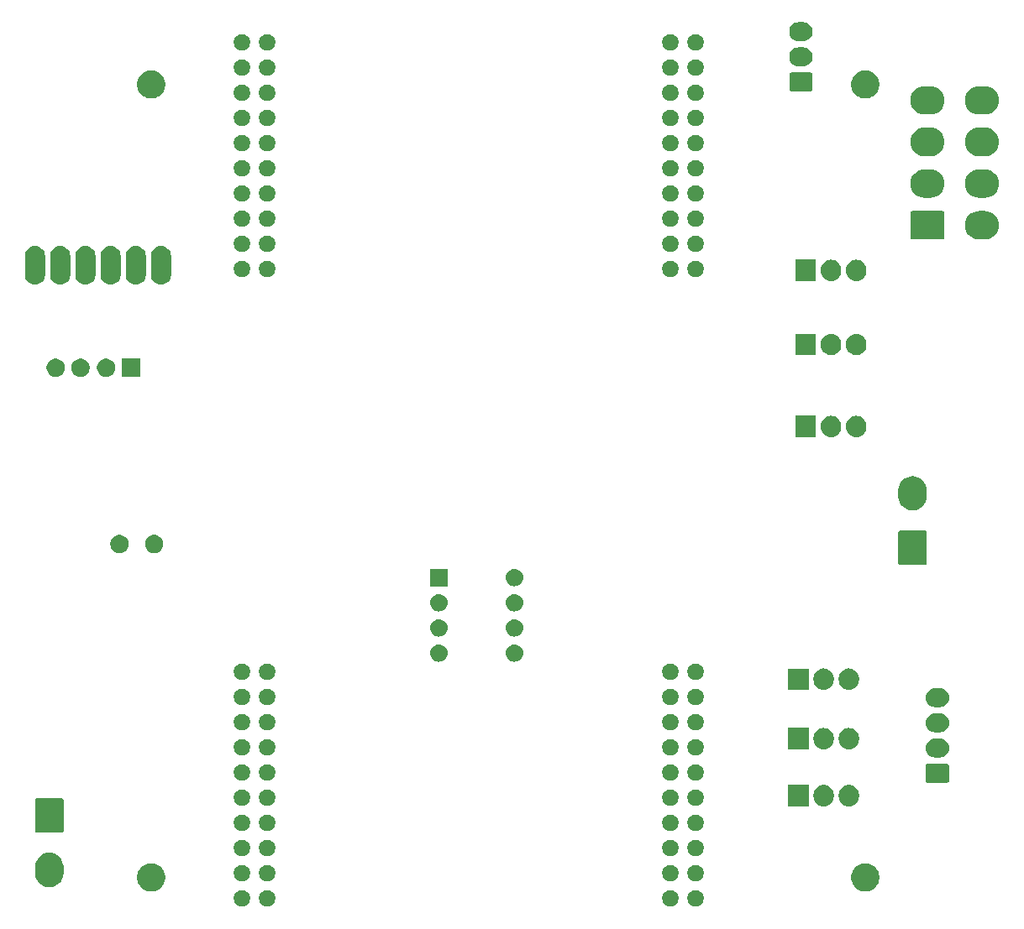
<source format=gbr>
G04 #@! TF.GenerationSoftware,KiCad,Pcbnew,(5.1.4)-1*
G04 #@! TF.CreationDate,2020-02-13T11:04:37-05:00*
G04 #@! TF.ProjectId,PCB_2020,5043425f-3230-4323-902e-6b696361645f,rev?*
G04 #@! TF.SameCoordinates,Original*
G04 #@! TF.FileFunction,Soldermask,Bot*
G04 #@! TF.FilePolarity,Negative*
%FSLAX46Y46*%
G04 Gerber Fmt 4.6, Leading zero omitted, Abs format (unit mm)*
G04 Created by KiCad (PCBNEW (5.1.4)-1) date 2020-02-13 11:04:37*
%MOMM*%
%LPD*%
G04 APERTURE LIST*
%ADD10C,0.100000*%
G04 APERTURE END LIST*
D10*
G36*
X121829581Y-136285383D02*
G01*
X121935994Y-136306550D01*
X122086353Y-136368831D01*
X122221672Y-136459248D01*
X122336752Y-136574328D01*
X122427169Y-136709647D01*
X122489450Y-136860006D01*
X122521200Y-137019626D01*
X122521200Y-137182374D01*
X122489450Y-137341994D01*
X122427169Y-137492353D01*
X122336752Y-137627672D01*
X122221672Y-137742752D01*
X122086353Y-137833169D01*
X121935994Y-137895450D01*
X121829581Y-137916617D01*
X121776375Y-137927200D01*
X121613625Y-137927200D01*
X121560419Y-137916617D01*
X121454006Y-137895450D01*
X121303647Y-137833169D01*
X121168328Y-137742752D01*
X121053248Y-137627672D01*
X120962831Y-137492353D01*
X120900550Y-137341994D01*
X120868800Y-137182374D01*
X120868800Y-137019626D01*
X120900550Y-136860006D01*
X120962831Y-136709647D01*
X121053248Y-136574328D01*
X121168328Y-136459248D01*
X121303647Y-136368831D01*
X121454006Y-136306550D01*
X121560419Y-136285383D01*
X121613625Y-136274800D01*
X121776375Y-136274800D01*
X121829581Y-136285383D01*
X121829581Y-136285383D01*
G37*
G36*
X162469781Y-136285383D02*
G01*
X162576194Y-136306550D01*
X162726553Y-136368831D01*
X162861872Y-136459248D01*
X162976952Y-136574328D01*
X163067369Y-136709647D01*
X163129650Y-136860006D01*
X163161400Y-137019626D01*
X163161400Y-137182374D01*
X163129650Y-137341994D01*
X163067369Y-137492353D01*
X162976952Y-137627672D01*
X162861872Y-137742752D01*
X162726553Y-137833169D01*
X162576194Y-137895450D01*
X162469781Y-137916617D01*
X162416575Y-137927200D01*
X162253825Y-137927200D01*
X162200619Y-137916617D01*
X162094206Y-137895450D01*
X161943847Y-137833169D01*
X161808528Y-137742752D01*
X161693448Y-137627672D01*
X161603031Y-137492353D01*
X161540750Y-137341994D01*
X161509000Y-137182374D01*
X161509000Y-137019626D01*
X161540750Y-136860006D01*
X161603031Y-136709647D01*
X161693448Y-136574328D01*
X161808528Y-136459248D01*
X161943847Y-136368831D01*
X162094206Y-136306550D01*
X162200619Y-136285383D01*
X162253825Y-136274800D01*
X162416575Y-136274800D01*
X162469781Y-136285383D01*
X162469781Y-136285383D01*
G37*
G36*
X165009581Y-136285383D02*
G01*
X165115994Y-136306550D01*
X165266353Y-136368831D01*
X165401672Y-136459248D01*
X165516752Y-136574328D01*
X165607169Y-136709647D01*
X165669450Y-136860006D01*
X165701200Y-137019626D01*
X165701200Y-137182374D01*
X165669450Y-137341994D01*
X165607169Y-137492353D01*
X165516752Y-137627672D01*
X165401672Y-137742752D01*
X165266353Y-137833169D01*
X165115994Y-137895450D01*
X165009581Y-137916617D01*
X164956375Y-137927200D01*
X164793625Y-137927200D01*
X164740419Y-137916617D01*
X164634006Y-137895450D01*
X164483647Y-137833169D01*
X164348328Y-137742752D01*
X164233248Y-137627672D01*
X164142831Y-137492353D01*
X164080550Y-137341994D01*
X164048800Y-137182374D01*
X164048800Y-137019626D01*
X164080550Y-136860006D01*
X164142831Y-136709647D01*
X164233248Y-136574328D01*
X164348328Y-136459248D01*
X164483647Y-136368831D01*
X164634006Y-136306550D01*
X164740419Y-136285383D01*
X164793625Y-136274800D01*
X164956375Y-136274800D01*
X165009581Y-136285383D01*
X165009581Y-136285383D01*
G37*
G36*
X119289581Y-136285383D02*
G01*
X119395994Y-136306550D01*
X119546353Y-136368831D01*
X119681672Y-136459248D01*
X119796752Y-136574328D01*
X119887169Y-136709647D01*
X119949450Y-136860006D01*
X119981200Y-137019626D01*
X119981200Y-137182374D01*
X119949450Y-137341994D01*
X119887169Y-137492353D01*
X119796752Y-137627672D01*
X119681672Y-137742752D01*
X119546353Y-137833169D01*
X119395994Y-137895450D01*
X119289581Y-137916617D01*
X119236375Y-137927200D01*
X119073625Y-137927200D01*
X119020419Y-137916617D01*
X118914006Y-137895450D01*
X118763647Y-137833169D01*
X118628328Y-137742752D01*
X118513248Y-137627672D01*
X118422831Y-137492353D01*
X118360550Y-137341994D01*
X118328800Y-137182374D01*
X118328800Y-137019626D01*
X118360550Y-136860006D01*
X118422831Y-136709647D01*
X118513248Y-136574328D01*
X118628328Y-136459248D01*
X118763647Y-136368831D01*
X118914006Y-136306550D01*
X119020419Y-136285383D01*
X119073625Y-136274800D01*
X119236375Y-136274800D01*
X119289581Y-136285383D01*
X119289581Y-136285383D01*
G37*
G36*
X182415656Y-133629761D02*
G01*
X182514372Y-133670651D01*
X182674991Y-133737181D01*
X182908385Y-133893130D01*
X183106870Y-134091615D01*
X183262819Y-134325009D01*
X183325744Y-134476924D01*
X183370239Y-134584344D01*
X183425000Y-134859648D01*
X183425000Y-135140352D01*
X183370239Y-135415656D01*
X183325744Y-135523076D01*
X183262819Y-135674991D01*
X183106870Y-135908385D01*
X182908385Y-136106870D01*
X182674991Y-136262819D01*
X182569414Y-136306550D01*
X182415656Y-136370239D01*
X182140352Y-136425000D01*
X181859648Y-136425000D01*
X181584344Y-136370239D01*
X181430586Y-136306550D01*
X181325009Y-136262819D01*
X181091615Y-136106870D01*
X180893130Y-135908385D01*
X180737181Y-135674991D01*
X180674256Y-135523076D01*
X180629761Y-135415656D01*
X180575000Y-135140352D01*
X180575000Y-134859648D01*
X180629761Y-134584344D01*
X180674256Y-134476924D01*
X180737181Y-134325009D01*
X180893130Y-134091615D01*
X181091615Y-133893130D01*
X181325009Y-133737181D01*
X181485628Y-133670651D01*
X181584344Y-133629761D01*
X181859648Y-133575000D01*
X182140352Y-133575000D01*
X182415656Y-133629761D01*
X182415656Y-133629761D01*
G37*
G36*
X110415656Y-133629761D02*
G01*
X110514372Y-133670651D01*
X110674991Y-133737181D01*
X110908385Y-133893130D01*
X111106870Y-134091615D01*
X111262819Y-134325009D01*
X111325744Y-134476924D01*
X111370239Y-134584344D01*
X111425000Y-134859648D01*
X111425000Y-135140352D01*
X111370239Y-135415656D01*
X111325744Y-135523076D01*
X111262819Y-135674991D01*
X111106870Y-135908385D01*
X110908385Y-136106870D01*
X110674991Y-136262819D01*
X110569414Y-136306550D01*
X110415656Y-136370239D01*
X110140352Y-136425000D01*
X109859648Y-136425000D01*
X109584344Y-136370239D01*
X109430586Y-136306550D01*
X109325009Y-136262819D01*
X109091615Y-136106870D01*
X108893130Y-135908385D01*
X108737181Y-135674991D01*
X108674256Y-135523076D01*
X108629761Y-135415656D01*
X108575000Y-135140352D01*
X108575000Y-134859648D01*
X108629761Y-134584344D01*
X108674256Y-134476924D01*
X108737181Y-134325009D01*
X108893130Y-134091615D01*
X109091615Y-133893130D01*
X109325009Y-133737181D01*
X109485628Y-133670651D01*
X109584344Y-133629761D01*
X109859648Y-133575000D01*
X110140352Y-133575000D01*
X110415656Y-133629761D01*
X110415656Y-133629761D01*
G37*
G36*
X100029348Y-132545619D02*
G01*
X100297961Y-132627102D01*
X100297964Y-132627103D01*
X100545513Y-132759421D01*
X100545516Y-132759423D01*
X100545517Y-132759424D01*
X100762501Y-132937498D01*
X100762504Y-132937501D01*
X100940577Y-133154483D01*
X101072897Y-133402035D01*
X101072897Y-133402036D01*
X101072898Y-133402038D01*
X101154381Y-133670651D01*
X101175000Y-133880003D01*
X101175000Y-134619996D01*
X101154381Y-134829348D01*
X101117068Y-134952353D01*
X101072897Y-135097965D01*
X100940577Y-135345517D01*
X100762502Y-135562502D01*
X100545517Y-135740577D01*
X100297965Y-135872897D01*
X100297962Y-135872898D01*
X100029349Y-135954381D01*
X99750000Y-135981894D01*
X99470652Y-135954381D01*
X99202039Y-135872898D01*
X99202036Y-135872897D01*
X98954487Y-135740579D01*
X98954483Y-135740576D01*
X98737499Y-135562502D01*
X98737498Y-135562500D01*
X98737496Y-135562499D01*
X98559423Y-135345517D01*
X98427103Y-135097965D01*
X98354811Y-134859650D01*
X98345619Y-134829349D01*
X98325000Y-134619997D01*
X98325000Y-133880004D01*
X98345619Y-133670652D01*
X98427102Y-133402039D01*
X98427103Y-133402036D01*
X98559421Y-133154487D01*
X98559425Y-133154482D01*
X98737498Y-132937499D01*
X98737500Y-132937498D01*
X98737501Y-132937496D01*
X98954483Y-132759423D01*
X99202035Y-132627103D01*
X99202038Y-132627102D01*
X99470651Y-132545619D01*
X99750000Y-132518106D01*
X100029348Y-132545619D01*
X100029348Y-132545619D01*
G37*
G36*
X165009581Y-133745383D02*
G01*
X165115994Y-133766550D01*
X165266353Y-133828831D01*
X165401672Y-133919248D01*
X165516752Y-134034328D01*
X165607169Y-134169647D01*
X165669450Y-134320006D01*
X165701200Y-134479626D01*
X165701200Y-134642374D01*
X165669450Y-134801994D01*
X165607169Y-134952353D01*
X165516752Y-135087672D01*
X165401672Y-135202752D01*
X165266353Y-135293169D01*
X165115994Y-135355450D01*
X165009581Y-135376617D01*
X164956375Y-135387200D01*
X164793625Y-135387200D01*
X164740419Y-135376617D01*
X164634006Y-135355450D01*
X164483647Y-135293169D01*
X164348328Y-135202752D01*
X164233248Y-135087672D01*
X164142831Y-134952353D01*
X164080550Y-134801994D01*
X164048800Y-134642374D01*
X164048800Y-134479626D01*
X164080550Y-134320006D01*
X164142831Y-134169647D01*
X164233248Y-134034328D01*
X164348328Y-133919248D01*
X164483647Y-133828831D01*
X164634006Y-133766550D01*
X164740419Y-133745383D01*
X164793625Y-133734800D01*
X164956375Y-133734800D01*
X165009581Y-133745383D01*
X165009581Y-133745383D01*
G37*
G36*
X119289581Y-133745383D02*
G01*
X119395994Y-133766550D01*
X119546353Y-133828831D01*
X119681672Y-133919248D01*
X119796752Y-134034328D01*
X119887169Y-134169647D01*
X119949450Y-134320006D01*
X119981200Y-134479626D01*
X119981200Y-134642374D01*
X119949450Y-134801994D01*
X119887169Y-134952353D01*
X119796752Y-135087672D01*
X119681672Y-135202752D01*
X119546353Y-135293169D01*
X119395994Y-135355450D01*
X119289581Y-135376617D01*
X119236375Y-135387200D01*
X119073625Y-135387200D01*
X119020419Y-135376617D01*
X118914006Y-135355450D01*
X118763647Y-135293169D01*
X118628328Y-135202752D01*
X118513248Y-135087672D01*
X118422831Y-134952353D01*
X118360550Y-134801994D01*
X118328800Y-134642374D01*
X118328800Y-134479626D01*
X118360550Y-134320006D01*
X118422831Y-134169647D01*
X118513248Y-134034328D01*
X118628328Y-133919248D01*
X118763647Y-133828831D01*
X118914006Y-133766550D01*
X119020419Y-133745383D01*
X119073625Y-133734800D01*
X119236375Y-133734800D01*
X119289581Y-133745383D01*
X119289581Y-133745383D01*
G37*
G36*
X162469781Y-133745383D02*
G01*
X162576194Y-133766550D01*
X162726553Y-133828831D01*
X162861872Y-133919248D01*
X162976952Y-134034328D01*
X163067369Y-134169647D01*
X163129650Y-134320006D01*
X163161400Y-134479626D01*
X163161400Y-134642374D01*
X163129650Y-134801994D01*
X163067369Y-134952353D01*
X162976952Y-135087672D01*
X162861872Y-135202752D01*
X162726553Y-135293169D01*
X162576194Y-135355450D01*
X162469781Y-135376617D01*
X162416575Y-135387200D01*
X162253825Y-135387200D01*
X162200619Y-135376617D01*
X162094206Y-135355450D01*
X161943847Y-135293169D01*
X161808528Y-135202752D01*
X161693448Y-135087672D01*
X161603031Y-134952353D01*
X161540750Y-134801994D01*
X161509000Y-134642374D01*
X161509000Y-134479626D01*
X161540750Y-134320006D01*
X161603031Y-134169647D01*
X161693448Y-134034328D01*
X161808528Y-133919248D01*
X161943847Y-133828831D01*
X162094206Y-133766550D01*
X162200619Y-133745383D01*
X162253825Y-133734800D01*
X162416575Y-133734800D01*
X162469781Y-133745383D01*
X162469781Y-133745383D01*
G37*
G36*
X121829581Y-133745383D02*
G01*
X121935994Y-133766550D01*
X122086353Y-133828831D01*
X122221672Y-133919248D01*
X122336752Y-134034328D01*
X122427169Y-134169647D01*
X122489450Y-134320006D01*
X122521200Y-134479626D01*
X122521200Y-134642374D01*
X122489450Y-134801994D01*
X122427169Y-134952353D01*
X122336752Y-135087672D01*
X122221672Y-135202752D01*
X122086353Y-135293169D01*
X121935994Y-135355450D01*
X121829581Y-135376617D01*
X121776375Y-135387200D01*
X121613625Y-135387200D01*
X121560419Y-135376617D01*
X121454006Y-135355450D01*
X121303647Y-135293169D01*
X121168328Y-135202752D01*
X121053248Y-135087672D01*
X120962831Y-134952353D01*
X120900550Y-134801994D01*
X120868800Y-134642374D01*
X120868800Y-134479626D01*
X120900550Y-134320006D01*
X120962831Y-134169647D01*
X121053248Y-134034328D01*
X121168328Y-133919248D01*
X121303647Y-133828831D01*
X121454006Y-133766550D01*
X121560419Y-133745383D01*
X121613625Y-133734800D01*
X121776375Y-133734800D01*
X121829581Y-133745383D01*
X121829581Y-133745383D01*
G37*
G36*
X121829581Y-131205383D02*
G01*
X121935994Y-131226550D01*
X122086353Y-131288831D01*
X122221672Y-131379248D01*
X122336752Y-131494328D01*
X122427169Y-131629647D01*
X122489450Y-131780006D01*
X122521200Y-131939626D01*
X122521200Y-132102374D01*
X122489450Y-132261994D01*
X122427169Y-132412353D01*
X122336752Y-132547672D01*
X122221672Y-132662752D01*
X122086353Y-132753169D01*
X121935994Y-132815450D01*
X121829581Y-132836617D01*
X121776375Y-132847200D01*
X121613625Y-132847200D01*
X121560419Y-132836617D01*
X121454006Y-132815450D01*
X121303647Y-132753169D01*
X121168328Y-132662752D01*
X121053248Y-132547672D01*
X120962831Y-132412353D01*
X120900550Y-132261994D01*
X120868800Y-132102374D01*
X120868800Y-131939626D01*
X120900550Y-131780006D01*
X120962831Y-131629647D01*
X121053248Y-131494328D01*
X121168328Y-131379248D01*
X121303647Y-131288831D01*
X121454006Y-131226550D01*
X121560419Y-131205383D01*
X121613625Y-131194800D01*
X121776375Y-131194800D01*
X121829581Y-131205383D01*
X121829581Y-131205383D01*
G37*
G36*
X165009581Y-131205383D02*
G01*
X165115994Y-131226550D01*
X165266353Y-131288831D01*
X165401672Y-131379248D01*
X165516752Y-131494328D01*
X165607169Y-131629647D01*
X165669450Y-131780006D01*
X165701200Y-131939626D01*
X165701200Y-132102374D01*
X165669450Y-132261994D01*
X165607169Y-132412353D01*
X165516752Y-132547672D01*
X165401672Y-132662752D01*
X165266353Y-132753169D01*
X165115994Y-132815450D01*
X165009581Y-132836617D01*
X164956375Y-132847200D01*
X164793625Y-132847200D01*
X164740419Y-132836617D01*
X164634006Y-132815450D01*
X164483647Y-132753169D01*
X164348328Y-132662752D01*
X164233248Y-132547672D01*
X164142831Y-132412353D01*
X164080550Y-132261994D01*
X164048800Y-132102374D01*
X164048800Y-131939626D01*
X164080550Y-131780006D01*
X164142831Y-131629647D01*
X164233248Y-131494328D01*
X164348328Y-131379248D01*
X164483647Y-131288831D01*
X164634006Y-131226550D01*
X164740419Y-131205383D01*
X164793625Y-131194800D01*
X164956375Y-131194800D01*
X165009581Y-131205383D01*
X165009581Y-131205383D01*
G37*
G36*
X162469781Y-131205383D02*
G01*
X162576194Y-131226550D01*
X162726553Y-131288831D01*
X162861872Y-131379248D01*
X162976952Y-131494328D01*
X163067369Y-131629647D01*
X163129650Y-131780006D01*
X163161400Y-131939626D01*
X163161400Y-132102374D01*
X163129650Y-132261994D01*
X163067369Y-132412353D01*
X162976952Y-132547672D01*
X162861872Y-132662752D01*
X162726553Y-132753169D01*
X162576194Y-132815450D01*
X162469781Y-132836617D01*
X162416575Y-132847200D01*
X162253825Y-132847200D01*
X162200619Y-132836617D01*
X162094206Y-132815450D01*
X161943847Y-132753169D01*
X161808528Y-132662752D01*
X161693448Y-132547672D01*
X161603031Y-132412353D01*
X161540750Y-132261994D01*
X161509000Y-132102374D01*
X161509000Y-131939626D01*
X161540750Y-131780006D01*
X161603031Y-131629647D01*
X161693448Y-131494328D01*
X161808528Y-131379248D01*
X161943847Y-131288831D01*
X162094206Y-131226550D01*
X162200619Y-131205383D01*
X162253825Y-131194800D01*
X162416575Y-131194800D01*
X162469781Y-131205383D01*
X162469781Y-131205383D01*
G37*
G36*
X119289581Y-131205383D02*
G01*
X119395994Y-131226550D01*
X119546353Y-131288831D01*
X119681672Y-131379248D01*
X119796752Y-131494328D01*
X119887169Y-131629647D01*
X119949450Y-131780006D01*
X119981200Y-131939626D01*
X119981200Y-132102374D01*
X119949450Y-132261994D01*
X119887169Y-132412353D01*
X119796752Y-132547672D01*
X119681672Y-132662752D01*
X119546353Y-132753169D01*
X119395994Y-132815450D01*
X119289581Y-132836617D01*
X119236375Y-132847200D01*
X119073625Y-132847200D01*
X119020419Y-132836617D01*
X118914006Y-132815450D01*
X118763647Y-132753169D01*
X118628328Y-132662752D01*
X118513248Y-132547672D01*
X118422831Y-132412353D01*
X118360550Y-132261994D01*
X118328800Y-132102374D01*
X118328800Y-131939626D01*
X118360550Y-131780006D01*
X118422831Y-131629647D01*
X118513248Y-131494328D01*
X118628328Y-131379248D01*
X118763647Y-131288831D01*
X118914006Y-131226550D01*
X119020419Y-131205383D01*
X119073625Y-131194800D01*
X119236375Y-131194800D01*
X119289581Y-131205383D01*
X119289581Y-131205383D01*
G37*
G36*
X101044453Y-127028706D02*
G01*
X101074742Y-127037894D01*
X101102648Y-127052810D01*
X101127112Y-127072888D01*
X101147190Y-127097352D01*
X101162106Y-127125258D01*
X101171294Y-127155547D01*
X101175000Y-127193177D01*
X101175000Y-130306823D01*
X101171294Y-130344453D01*
X101162106Y-130374742D01*
X101147190Y-130402648D01*
X101127112Y-130427112D01*
X101102648Y-130447190D01*
X101074742Y-130462106D01*
X101044453Y-130471294D01*
X101006823Y-130475000D01*
X98493177Y-130475000D01*
X98455547Y-130471294D01*
X98425258Y-130462106D01*
X98397352Y-130447190D01*
X98372888Y-130427112D01*
X98352810Y-130402648D01*
X98337894Y-130374742D01*
X98328706Y-130344453D01*
X98325000Y-130306823D01*
X98325000Y-127193177D01*
X98328706Y-127155547D01*
X98337894Y-127125258D01*
X98352810Y-127097352D01*
X98372888Y-127072888D01*
X98397352Y-127052810D01*
X98425258Y-127037894D01*
X98455547Y-127028706D01*
X98493177Y-127025000D01*
X101006823Y-127025000D01*
X101044453Y-127028706D01*
X101044453Y-127028706D01*
G37*
G36*
X119289581Y-128665383D02*
G01*
X119395994Y-128686550D01*
X119546353Y-128748831D01*
X119681672Y-128839248D01*
X119796752Y-128954328D01*
X119887169Y-129089647D01*
X119949450Y-129240006D01*
X119981200Y-129399626D01*
X119981200Y-129562374D01*
X119949450Y-129721994D01*
X119887169Y-129872353D01*
X119796752Y-130007672D01*
X119681672Y-130122752D01*
X119546353Y-130213169D01*
X119395994Y-130275450D01*
X119289581Y-130296617D01*
X119236375Y-130307200D01*
X119073625Y-130307200D01*
X119020419Y-130296617D01*
X118914006Y-130275450D01*
X118763647Y-130213169D01*
X118628328Y-130122752D01*
X118513248Y-130007672D01*
X118422831Y-129872353D01*
X118360550Y-129721994D01*
X118328800Y-129562374D01*
X118328800Y-129399626D01*
X118360550Y-129240006D01*
X118422831Y-129089647D01*
X118513248Y-128954328D01*
X118628328Y-128839248D01*
X118763647Y-128748831D01*
X118914006Y-128686550D01*
X119020419Y-128665383D01*
X119073625Y-128654800D01*
X119236375Y-128654800D01*
X119289581Y-128665383D01*
X119289581Y-128665383D01*
G37*
G36*
X165009581Y-128665383D02*
G01*
X165115994Y-128686550D01*
X165266353Y-128748831D01*
X165401672Y-128839248D01*
X165516752Y-128954328D01*
X165607169Y-129089647D01*
X165669450Y-129240006D01*
X165701200Y-129399626D01*
X165701200Y-129562374D01*
X165669450Y-129721994D01*
X165607169Y-129872353D01*
X165516752Y-130007672D01*
X165401672Y-130122752D01*
X165266353Y-130213169D01*
X165115994Y-130275450D01*
X165009581Y-130296617D01*
X164956375Y-130307200D01*
X164793625Y-130307200D01*
X164740419Y-130296617D01*
X164634006Y-130275450D01*
X164483647Y-130213169D01*
X164348328Y-130122752D01*
X164233248Y-130007672D01*
X164142831Y-129872353D01*
X164080550Y-129721994D01*
X164048800Y-129562374D01*
X164048800Y-129399626D01*
X164080550Y-129240006D01*
X164142831Y-129089647D01*
X164233248Y-128954328D01*
X164348328Y-128839248D01*
X164483647Y-128748831D01*
X164634006Y-128686550D01*
X164740419Y-128665383D01*
X164793625Y-128654800D01*
X164956375Y-128654800D01*
X165009581Y-128665383D01*
X165009581Y-128665383D01*
G37*
G36*
X121829581Y-128665383D02*
G01*
X121935994Y-128686550D01*
X122086353Y-128748831D01*
X122221672Y-128839248D01*
X122336752Y-128954328D01*
X122427169Y-129089647D01*
X122489450Y-129240006D01*
X122521200Y-129399626D01*
X122521200Y-129562374D01*
X122489450Y-129721994D01*
X122427169Y-129872353D01*
X122336752Y-130007672D01*
X122221672Y-130122752D01*
X122086353Y-130213169D01*
X121935994Y-130275450D01*
X121829581Y-130296617D01*
X121776375Y-130307200D01*
X121613625Y-130307200D01*
X121560419Y-130296617D01*
X121454006Y-130275450D01*
X121303647Y-130213169D01*
X121168328Y-130122752D01*
X121053248Y-130007672D01*
X120962831Y-129872353D01*
X120900550Y-129721994D01*
X120868800Y-129562374D01*
X120868800Y-129399626D01*
X120900550Y-129240006D01*
X120962831Y-129089647D01*
X121053248Y-128954328D01*
X121168328Y-128839248D01*
X121303647Y-128748831D01*
X121454006Y-128686550D01*
X121560419Y-128665383D01*
X121613625Y-128654800D01*
X121776375Y-128654800D01*
X121829581Y-128665383D01*
X121829581Y-128665383D01*
G37*
G36*
X162469781Y-128665383D02*
G01*
X162576194Y-128686550D01*
X162726553Y-128748831D01*
X162861872Y-128839248D01*
X162976952Y-128954328D01*
X163067369Y-129089647D01*
X163129650Y-129240006D01*
X163161400Y-129399626D01*
X163161400Y-129562374D01*
X163129650Y-129721994D01*
X163067369Y-129872353D01*
X162976952Y-130007672D01*
X162861872Y-130122752D01*
X162726553Y-130213169D01*
X162576194Y-130275450D01*
X162469781Y-130296617D01*
X162416575Y-130307200D01*
X162253825Y-130307200D01*
X162200619Y-130296617D01*
X162094206Y-130275450D01*
X161943847Y-130213169D01*
X161808528Y-130122752D01*
X161693448Y-130007672D01*
X161603031Y-129872353D01*
X161540750Y-129721994D01*
X161509000Y-129562374D01*
X161509000Y-129399626D01*
X161540750Y-129240006D01*
X161603031Y-129089647D01*
X161693448Y-128954328D01*
X161808528Y-128839248D01*
X161943847Y-128748831D01*
X162094206Y-128686550D01*
X162200619Y-128665383D01*
X162253825Y-128654800D01*
X162416575Y-128654800D01*
X162469781Y-128665383D01*
X162469781Y-128665383D01*
G37*
G36*
X180531422Y-125689867D02*
G01*
X180628267Y-125719245D01*
X180725109Y-125748621D01*
X180903610Y-125844032D01*
X180944366Y-125877479D01*
X181060068Y-125972432D01*
X181188469Y-126128891D01*
X181283878Y-126307388D01*
X181342633Y-126501077D01*
X181357500Y-126652026D01*
X181357500Y-126847973D01*
X181342633Y-126998922D01*
X181320196Y-127072888D01*
X181283879Y-127192609D01*
X181188468Y-127371110D01*
X181155021Y-127411866D01*
X181060068Y-127527568D01*
X180903609Y-127655969D01*
X180754911Y-127735450D01*
X180725110Y-127751379D01*
X180628267Y-127780756D01*
X180531423Y-127810133D01*
X180330000Y-127829971D01*
X180128578Y-127810133D01*
X180031734Y-127780756D01*
X179934891Y-127751379D01*
X179905090Y-127735450D01*
X179756392Y-127655969D01*
X179599932Y-127527568D01*
X179471531Y-127371109D01*
X179376122Y-127192612D01*
X179374694Y-127187904D01*
X179338768Y-127069473D01*
X179317367Y-126998923D01*
X179302500Y-126847974D01*
X179302500Y-126652027D01*
X179317367Y-126501078D01*
X179376122Y-126307389D01*
X179471531Y-126128892D01*
X179471532Y-126128890D01*
X179504979Y-126088134D01*
X179599932Y-125972432D01*
X179756391Y-125844031D01*
X179934888Y-125748622D01*
X179934890Y-125748621D01*
X180031732Y-125719245D01*
X180128577Y-125689867D01*
X180330000Y-125670029D01*
X180531422Y-125689867D01*
X180531422Y-125689867D01*
G37*
G36*
X177991422Y-125689867D02*
G01*
X178088267Y-125719245D01*
X178185109Y-125748621D01*
X178363610Y-125844032D01*
X178404366Y-125877479D01*
X178520068Y-125972432D01*
X178648469Y-126128891D01*
X178743878Y-126307388D01*
X178802633Y-126501077D01*
X178817500Y-126652026D01*
X178817500Y-126847973D01*
X178802633Y-126998922D01*
X178780196Y-127072888D01*
X178743879Y-127192609D01*
X178648468Y-127371110D01*
X178615021Y-127411866D01*
X178520068Y-127527568D01*
X178363609Y-127655969D01*
X178214911Y-127735450D01*
X178185110Y-127751379D01*
X178088267Y-127780756D01*
X177991423Y-127810133D01*
X177790000Y-127829971D01*
X177588578Y-127810133D01*
X177491734Y-127780756D01*
X177394891Y-127751379D01*
X177365090Y-127735450D01*
X177216392Y-127655969D01*
X177059932Y-127527568D01*
X176931531Y-127371109D01*
X176836122Y-127192612D01*
X176834694Y-127187904D01*
X176798768Y-127069473D01*
X176777367Y-126998923D01*
X176762500Y-126847974D01*
X176762500Y-126652027D01*
X176777367Y-126501078D01*
X176836122Y-126307389D01*
X176931531Y-126128892D01*
X176931532Y-126128890D01*
X176964979Y-126088134D01*
X177059932Y-125972432D01*
X177216391Y-125844031D01*
X177394888Y-125748622D01*
X177394890Y-125748621D01*
X177491732Y-125719245D01*
X177588577Y-125689867D01*
X177790000Y-125670029D01*
X177991422Y-125689867D01*
X177991422Y-125689867D01*
G37*
G36*
X176277500Y-127825000D02*
G01*
X174222500Y-127825000D01*
X174222500Y-125675000D01*
X176277500Y-125675000D01*
X176277500Y-127825000D01*
X176277500Y-127825000D01*
G37*
G36*
X119289581Y-126125383D02*
G01*
X119395994Y-126146550D01*
X119546353Y-126208831D01*
X119681672Y-126299248D01*
X119796752Y-126414328D01*
X119887169Y-126549647D01*
X119949450Y-126700006D01*
X119981200Y-126859626D01*
X119981200Y-127022374D01*
X119949450Y-127181994D01*
X119887169Y-127332353D01*
X119796752Y-127467672D01*
X119681672Y-127582752D01*
X119546353Y-127673169D01*
X119395994Y-127735450D01*
X119289581Y-127756617D01*
X119236375Y-127767200D01*
X119073625Y-127767200D01*
X119020419Y-127756617D01*
X118914006Y-127735450D01*
X118763647Y-127673169D01*
X118628328Y-127582752D01*
X118513248Y-127467672D01*
X118422831Y-127332353D01*
X118360550Y-127181994D01*
X118328800Y-127022374D01*
X118328800Y-126859626D01*
X118360550Y-126700006D01*
X118422831Y-126549647D01*
X118513248Y-126414328D01*
X118628328Y-126299248D01*
X118763647Y-126208831D01*
X118914006Y-126146550D01*
X119020419Y-126125383D01*
X119073625Y-126114800D01*
X119236375Y-126114800D01*
X119289581Y-126125383D01*
X119289581Y-126125383D01*
G37*
G36*
X121829581Y-126125383D02*
G01*
X121935994Y-126146550D01*
X122086353Y-126208831D01*
X122221672Y-126299248D01*
X122336752Y-126414328D01*
X122427169Y-126549647D01*
X122489450Y-126700006D01*
X122521200Y-126859626D01*
X122521200Y-127022374D01*
X122489450Y-127181994D01*
X122427169Y-127332353D01*
X122336752Y-127467672D01*
X122221672Y-127582752D01*
X122086353Y-127673169D01*
X121935994Y-127735450D01*
X121829581Y-127756617D01*
X121776375Y-127767200D01*
X121613625Y-127767200D01*
X121560419Y-127756617D01*
X121454006Y-127735450D01*
X121303647Y-127673169D01*
X121168328Y-127582752D01*
X121053248Y-127467672D01*
X120962831Y-127332353D01*
X120900550Y-127181994D01*
X120868800Y-127022374D01*
X120868800Y-126859626D01*
X120900550Y-126700006D01*
X120962831Y-126549647D01*
X121053248Y-126414328D01*
X121168328Y-126299248D01*
X121303647Y-126208831D01*
X121454006Y-126146550D01*
X121560419Y-126125383D01*
X121613625Y-126114800D01*
X121776375Y-126114800D01*
X121829581Y-126125383D01*
X121829581Y-126125383D01*
G37*
G36*
X165009581Y-126125383D02*
G01*
X165115994Y-126146550D01*
X165266353Y-126208831D01*
X165401672Y-126299248D01*
X165516752Y-126414328D01*
X165607169Y-126549647D01*
X165669450Y-126700006D01*
X165701200Y-126859626D01*
X165701200Y-127022374D01*
X165669450Y-127181994D01*
X165607169Y-127332353D01*
X165516752Y-127467672D01*
X165401672Y-127582752D01*
X165266353Y-127673169D01*
X165115994Y-127735450D01*
X165009581Y-127756617D01*
X164956375Y-127767200D01*
X164793625Y-127767200D01*
X164740419Y-127756617D01*
X164634006Y-127735450D01*
X164483647Y-127673169D01*
X164348328Y-127582752D01*
X164233248Y-127467672D01*
X164142831Y-127332353D01*
X164080550Y-127181994D01*
X164048800Y-127022374D01*
X164048800Y-126859626D01*
X164080550Y-126700006D01*
X164142831Y-126549647D01*
X164233248Y-126414328D01*
X164348328Y-126299248D01*
X164483647Y-126208831D01*
X164634006Y-126146550D01*
X164740419Y-126125383D01*
X164793625Y-126114800D01*
X164956375Y-126114800D01*
X165009581Y-126125383D01*
X165009581Y-126125383D01*
G37*
G36*
X162469781Y-126125383D02*
G01*
X162576194Y-126146550D01*
X162726553Y-126208831D01*
X162861872Y-126299248D01*
X162976952Y-126414328D01*
X163067369Y-126549647D01*
X163129650Y-126700006D01*
X163161400Y-126859626D01*
X163161400Y-127022374D01*
X163129650Y-127181994D01*
X163067369Y-127332353D01*
X162976952Y-127467672D01*
X162861872Y-127582752D01*
X162726553Y-127673169D01*
X162576194Y-127735450D01*
X162469781Y-127756617D01*
X162416575Y-127767200D01*
X162253825Y-127767200D01*
X162200619Y-127756617D01*
X162094206Y-127735450D01*
X161943847Y-127673169D01*
X161808528Y-127582752D01*
X161693448Y-127467672D01*
X161603031Y-127332353D01*
X161540750Y-127181994D01*
X161509000Y-127022374D01*
X161509000Y-126859626D01*
X161540750Y-126700006D01*
X161603031Y-126549647D01*
X161693448Y-126414328D01*
X161808528Y-126299248D01*
X161943847Y-126208831D01*
X162094206Y-126146550D01*
X162200619Y-126125383D01*
X162253825Y-126114800D01*
X162416575Y-126114800D01*
X162469781Y-126125383D01*
X162469781Y-126125383D01*
G37*
G36*
X190278007Y-123559099D02*
G01*
X190312129Y-123569450D01*
X190343567Y-123586254D01*
X190371128Y-123608872D01*
X190393746Y-123636433D01*
X190410550Y-123667871D01*
X190420901Y-123701993D01*
X190425000Y-123743611D01*
X190425000Y-125256389D01*
X190420901Y-125298007D01*
X190410550Y-125332129D01*
X190393746Y-125363567D01*
X190371128Y-125391128D01*
X190343567Y-125413746D01*
X190312129Y-125430550D01*
X190278007Y-125440901D01*
X190236389Y-125445000D01*
X188263611Y-125445000D01*
X188221993Y-125440901D01*
X188187871Y-125430550D01*
X188156433Y-125413746D01*
X188128872Y-125391128D01*
X188106254Y-125363567D01*
X188089450Y-125332129D01*
X188079099Y-125298007D01*
X188075000Y-125256389D01*
X188075000Y-123743611D01*
X188079099Y-123701993D01*
X188089450Y-123667871D01*
X188106254Y-123636433D01*
X188128872Y-123608872D01*
X188156433Y-123586254D01*
X188187871Y-123569450D01*
X188221993Y-123559099D01*
X188263611Y-123555000D01*
X190236389Y-123555000D01*
X190278007Y-123559099D01*
X190278007Y-123559099D01*
G37*
G36*
X165009581Y-123585383D02*
G01*
X165115994Y-123606550D01*
X165266353Y-123668831D01*
X165401672Y-123759248D01*
X165516752Y-123874328D01*
X165607169Y-124009647D01*
X165669450Y-124160006D01*
X165701200Y-124319626D01*
X165701200Y-124482374D01*
X165669450Y-124641994D01*
X165607169Y-124792353D01*
X165516752Y-124927672D01*
X165401672Y-125042752D01*
X165266353Y-125133169D01*
X165115994Y-125195450D01*
X165009581Y-125216617D01*
X164956375Y-125227200D01*
X164793625Y-125227200D01*
X164740419Y-125216617D01*
X164634006Y-125195450D01*
X164483647Y-125133169D01*
X164348328Y-125042752D01*
X164233248Y-124927672D01*
X164142831Y-124792353D01*
X164080550Y-124641994D01*
X164048800Y-124482374D01*
X164048800Y-124319626D01*
X164080550Y-124160006D01*
X164142831Y-124009647D01*
X164233248Y-123874328D01*
X164348328Y-123759248D01*
X164483647Y-123668831D01*
X164634006Y-123606550D01*
X164740419Y-123585383D01*
X164793625Y-123574800D01*
X164956375Y-123574800D01*
X165009581Y-123585383D01*
X165009581Y-123585383D01*
G37*
G36*
X119289581Y-123585383D02*
G01*
X119395994Y-123606550D01*
X119546353Y-123668831D01*
X119681672Y-123759248D01*
X119796752Y-123874328D01*
X119887169Y-124009647D01*
X119949450Y-124160006D01*
X119981200Y-124319626D01*
X119981200Y-124482374D01*
X119949450Y-124641994D01*
X119887169Y-124792353D01*
X119796752Y-124927672D01*
X119681672Y-125042752D01*
X119546353Y-125133169D01*
X119395994Y-125195450D01*
X119289581Y-125216617D01*
X119236375Y-125227200D01*
X119073625Y-125227200D01*
X119020419Y-125216617D01*
X118914006Y-125195450D01*
X118763647Y-125133169D01*
X118628328Y-125042752D01*
X118513248Y-124927672D01*
X118422831Y-124792353D01*
X118360550Y-124641994D01*
X118328800Y-124482374D01*
X118328800Y-124319626D01*
X118360550Y-124160006D01*
X118422831Y-124009647D01*
X118513248Y-123874328D01*
X118628328Y-123759248D01*
X118763647Y-123668831D01*
X118914006Y-123606550D01*
X119020419Y-123585383D01*
X119073625Y-123574800D01*
X119236375Y-123574800D01*
X119289581Y-123585383D01*
X119289581Y-123585383D01*
G37*
G36*
X121829581Y-123585383D02*
G01*
X121935994Y-123606550D01*
X122086353Y-123668831D01*
X122221672Y-123759248D01*
X122336752Y-123874328D01*
X122427169Y-124009647D01*
X122489450Y-124160006D01*
X122521200Y-124319626D01*
X122521200Y-124482374D01*
X122489450Y-124641994D01*
X122427169Y-124792353D01*
X122336752Y-124927672D01*
X122221672Y-125042752D01*
X122086353Y-125133169D01*
X121935994Y-125195450D01*
X121829581Y-125216617D01*
X121776375Y-125227200D01*
X121613625Y-125227200D01*
X121560419Y-125216617D01*
X121454006Y-125195450D01*
X121303647Y-125133169D01*
X121168328Y-125042752D01*
X121053248Y-124927672D01*
X120962831Y-124792353D01*
X120900550Y-124641994D01*
X120868800Y-124482374D01*
X120868800Y-124319626D01*
X120900550Y-124160006D01*
X120962831Y-124009647D01*
X121053248Y-123874328D01*
X121168328Y-123759248D01*
X121303647Y-123668831D01*
X121454006Y-123606550D01*
X121560419Y-123585383D01*
X121613625Y-123574800D01*
X121776375Y-123574800D01*
X121829581Y-123585383D01*
X121829581Y-123585383D01*
G37*
G36*
X162469781Y-123585383D02*
G01*
X162576194Y-123606550D01*
X162726553Y-123668831D01*
X162861872Y-123759248D01*
X162976952Y-123874328D01*
X163067369Y-124009647D01*
X163129650Y-124160006D01*
X163161400Y-124319626D01*
X163161400Y-124482374D01*
X163129650Y-124641994D01*
X163067369Y-124792353D01*
X162976952Y-124927672D01*
X162861872Y-125042752D01*
X162726553Y-125133169D01*
X162576194Y-125195450D01*
X162469781Y-125216617D01*
X162416575Y-125227200D01*
X162253825Y-125227200D01*
X162200619Y-125216617D01*
X162094206Y-125195450D01*
X161943847Y-125133169D01*
X161808528Y-125042752D01*
X161693448Y-124927672D01*
X161603031Y-124792353D01*
X161540750Y-124641994D01*
X161509000Y-124482374D01*
X161509000Y-124319626D01*
X161540750Y-124160006D01*
X161603031Y-124009647D01*
X161693448Y-123874328D01*
X161808528Y-123759248D01*
X161943847Y-123668831D01*
X162094206Y-123606550D01*
X162200619Y-123585383D01*
X162253825Y-123574800D01*
X162416575Y-123574800D01*
X162469781Y-123585383D01*
X162469781Y-123585383D01*
G37*
G36*
X189665250Y-121028673D02*
G01*
X189843388Y-121082711D01*
X190007553Y-121170459D01*
X190151449Y-121288551D01*
X190269541Y-121432447D01*
X190357289Y-121596612D01*
X190411327Y-121774750D01*
X190429572Y-121960000D01*
X190411327Y-122145250D01*
X190357289Y-122323388D01*
X190269541Y-122487553D01*
X190151449Y-122631449D01*
X190007553Y-122749541D01*
X189843388Y-122837289D01*
X189665250Y-122891327D01*
X189526423Y-122905000D01*
X188973577Y-122905000D01*
X188834750Y-122891327D01*
X188656612Y-122837289D01*
X188492447Y-122749541D01*
X188348551Y-122631449D01*
X188230459Y-122487553D01*
X188142711Y-122323388D01*
X188088673Y-122145250D01*
X188070428Y-121960000D01*
X188088673Y-121774750D01*
X188142711Y-121596612D01*
X188230459Y-121432447D01*
X188348551Y-121288551D01*
X188492447Y-121170459D01*
X188656612Y-121082711D01*
X188834750Y-121028673D01*
X188973577Y-121015000D01*
X189526423Y-121015000D01*
X189665250Y-121028673D01*
X189665250Y-121028673D01*
G37*
G36*
X121829581Y-121045383D02*
G01*
X121935994Y-121066550D01*
X122086353Y-121128831D01*
X122221672Y-121219248D01*
X122336752Y-121334328D01*
X122427169Y-121469647D01*
X122489450Y-121620006D01*
X122510617Y-121726419D01*
X122520791Y-121777567D01*
X122521200Y-121779626D01*
X122521200Y-121942374D01*
X122489450Y-122101994D01*
X122427169Y-122252353D01*
X122336752Y-122387672D01*
X122221672Y-122502752D01*
X122086353Y-122593169D01*
X121935994Y-122655450D01*
X121829581Y-122676617D01*
X121776375Y-122687200D01*
X121613625Y-122687200D01*
X121560419Y-122676617D01*
X121454006Y-122655450D01*
X121303647Y-122593169D01*
X121168328Y-122502752D01*
X121053248Y-122387672D01*
X120962831Y-122252353D01*
X120900550Y-122101994D01*
X120868800Y-121942374D01*
X120868800Y-121779626D01*
X120869210Y-121777567D01*
X120879383Y-121726419D01*
X120900550Y-121620006D01*
X120962831Y-121469647D01*
X121053248Y-121334328D01*
X121168328Y-121219248D01*
X121303647Y-121128831D01*
X121454006Y-121066550D01*
X121560419Y-121045383D01*
X121613625Y-121034800D01*
X121776375Y-121034800D01*
X121829581Y-121045383D01*
X121829581Y-121045383D01*
G37*
G36*
X119289581Y-121045383D02*
G01*
X119395994Y-121066550D01*
X119546353Y-121128831D01*
X119681672Y-121219248D01*
X119796752Y-121334328D01*
X119887169Y-121469647D01*
X119949450Y-121620006D01*
X119970617Y-121726419D01*
X119980791Y-121777567D01*
X119981200Y-121779626D01*
X119981200Y-121942374D01*
X119949450Y-122101994D01*
X119887169Y-122252353D01*
X119796752Y-122387672D01*
X119681672Y-122502752D01*
X119546353Y-122593169D01*
X119395994Y-122655450D01*
X119289581Y-122676617D01*
X119236375Y-122687200D01*
X119073625Y-122687200D01*
X119020419Y-122676617D01*
X118914006Y-122655450D01*
X118763647Y-122593169D01*
X118628328Y-122502752D01*
X118513248Y-122387672D01*
X118422831Y-122252353D01*
X118360550Y-122101994D01*
X118328800Y-121942374D01*
X118328800Y-121779626D01*
X118329210Y-121777567D01*
X118339383Y-121726419D01*
X118360550Y-121620006D01*
X118422831Y-121469647D01*
X118513248Y-121334328D01*
X118628328Y-121219248D01*
X118763647Y-121128831D01*
X118914006Y-121066550D01*
X119020419Y-121045383D01*
X119073625Y-121034800D01*
X119236375Y-121034800D01*
X119289581Y-121045383D01*
X119289581Y-121045383D01*
G37*
G36*
X165009581Y-121045383D02*
G01*
X165115994Y-121066550D01*
X165266353Y-121128831D01*
X165401672Y-121219248D01*
X165516752Y-121334328D01*
X165607169Y-121469647D01*
X165669450Y-121620006D01*
X165690617Y-121726419D01*
X165700791Y-121777567D01*
X165701200Y-121779626D01*
X165701200Y-121942374D01*
X165669450Y-122101994D01*
X165607169Y-122252353D01*
X165516752Y-122387672D01*
X165401672Y-122502752D01*
X165266353Y-122593169D01*
X165115994Y-122655450D01*
X165009581Y-122676617D01*
X164956375Y-122687200D01*
X164793625Y-122687200D01*
X164740419Y-122676617D01*
X164634006Y-122655450D01*
X164483647Y-122593169D01*
X164348328Y-122502752D01*
X164233248Y-122387672D01*
X164142831Y-122252353D01*
X164080550Y-122101994D01*
X164048800Y-121942374D01*
X164048800Y-121779626D01*
X164049210Y-121777567D01*
X164059383Y-121726419D01*
X164080550Y-121620006D01*
X164142831Y-121469647D01*
X164233248Y-121334328D01*
X164348328Y-121219248D01*
X164483647Y-121128831D01*
X164634006Y-121066550D01*
X164740419Y-121045383D01*
X164793625Y-121034800D01*
X164956375Y-121034800D01*
X165009581Y-121045383D01*
X165009581Y-121045383D01*
G37*
G36*
X162469781Y-121045383D02*
G01*
X162576194Y-121066550D01*
X162726553Y-121128831D01*
X162861872Y-121219248D01*
X162976952Y-121334328D01*
X163067369Y-121469647D01*
X163129650Y-121620006D01*
X163150817Y-121726419D01*
X163160991Y-121777567D01*
X163161400Y-121779626D01*
X163161400Y-121942374D01*
X163129650Y-122101994D01*
X163067369Y-122252353D01*
X162976952Y-122387672D01*
X162861872Y-122502752D01*
X162726553Y-122593169D01*
X162576194Y-122655450D01*
X162469781Y-122676617D01*
X162416575Y-122687200D01*
X162253825Y-122687200D01*
X162200619Y-122676617D01*
X162094206Y-122655450D01*
X161943847Y-122593169D01*
X161808528Y-122502752D01*
X161693448Y-122387672D01*
X161603031Y-122252353D01*
X161540750Y-122101994D01*
X161509000Y-121942374D01*
X161509000Y-121779626D01*
X161509410Y-121777567D01*
X161519583Y-121726419D01*
X161540750Y-121620006D01*
X161603031Y-121469647D01*
X161693448Y-121334328D01*
X161808528Y-121219248D01*
X161943847Y-121128831D01*
X162094206Y-121066550D01*
X162200619Y-121045383D01*
X162253825Y-121034800D01*
X162416575Y-121034800D01*
X162469781Y-121045383D01*
X162469781Y-121045383D01*
G37*
G36*
X177991422Y-119939867D02*
G01*
X178066867Y-119962753D01*
X178185109Y-119998621D01*
X178363610Y-120094032D01*
X178389708Y-120115450D01*
X178520068Y-120222432D01*
X178648469Y-120378891D01*
X178743878Y-120557388D01*
X178802633Y-120751077D01*
X178817500Y-120902026D01*
X178817500Y-121097973D01*
X178802633Y-121248922D01*
X178776725Y-121334328D01*
X178743879Y-121442609D01*
X178648468Y-121621110D01*
X178615021Y-121661866D01*
X178520068Y-121777568D01*
X178363609Y-121905969D01*
X178295500Y-121942374D01*
X178185110Y-122001379D01*
X178088267Y-122030756D01*
X177991423Y-122060133D01*
X177790000Y-122079971D01*
X177588578Y-122060133D01*
X177491734Y-122030756D01*
X177394891Y-122001379D01*
X177284501Y-121942374D01*
X177216392Y-121905969D01*
X177059932Y-121777568D01*
X176931531Y-121621109D01*
X176836122Y-121442612D01*
X176777367Y-121248923D01*
X176762500Y-121097974D01*
X176762500Y-120902027D01*
X176777367Y-120751078D01*
X176836122Y-120557389D01*
X176931531Y-120378892D01*
X176931532Y-120378890D01*
X176998500Y-120297289D01*
X177059932Y-120222432D01*
X177216391Y-120094031D01*
X177394888Y-119998622D01*
X177394890Y-119998621D01*
X177513132Y-119962753D01*
X177588577Y-119939867D01*
X177790000Y-119920029D01*
X177991422Y-119939867D01*
X177991422Y-119939867D01*
G37*
G36*
X180531422Y-119939867D02*
G01*
X180606867Y-119962753D01*
X180725109Y-119998621D01*
X180903610Y-120094032D01*
X180929708Y-120115450D01*
X181060068Y-120222432D01*
X181188469Y-120378891D01*
X181283878Y-120557388D01*
X181342633Y-120751077D01*
X181357500Y-120902026D01*
X181357500Y-121097973D01*
X181342633Y-121248922D01*
X181316725Y-121334328D01*
X181283879Y-121442609D01*
X181188468Y-121621110D01*
X181155021Y-121661866D01*
X181060068Y-121777568D01*
X180903609Y-121905969D01*
X180835500Y-121942374D01*
X180725110Y-122001379D01*
X180628267Y-122030756D01*
X180531423Y-122060133D01*
X180330000Y-122079971D01*
X180128578Y-122060133D01*
X180031734Y-122030756D01*
X179934891Y-122001379D01*
X179824501Y-121942374D01*
X179756392Y-121905969D01*
X179599932Y-121777568D01*
X179471531Y-121621109D01*
X179376122Y-121442612D01*
X179317367Y-121248923D01*
X179302500Y-121097974D01*
X179302500Y-120902027D01*
X179317367Y-120751078D01*
X179376122Y-120557389D01*
X179471531Y-120378892D01*
X179471532Y-120378890D01*
X179538500Y-120297289D01*
X179599932Y-120222432D01*
X179756391Y-120094031D01*
X179934888Y-119998622D01*
X179934890Y-119998621D01*
X180053132Y-119962753D01*
X180128577Y-119939867D01*
X180330000Y-119920029D01*
X180531422Y-119939867D01*
X180531422Y-119939867D01*
G37*
G36*
X176277500Y-122075000D02*
G01*
X174222500Y-122075000D01*
X174222500Y-119925000D01*
X176277500Y-119925000D01*
X176277500Y-122075000D01*
X176277500Y-122075000D01*
G37*
G36*
X189665250Y-118488673D02*
G01*
X189843388Y-118542711D01*
X190007553Y-118630459D01*
X190151449Y-118748551D01*
X190269541Y-118892447D01*
X190357289Y-119056612D01*
X190411327Y-119234750D01*
X190429572Y-119420000D01*
X190411327Y-119605250D01*
X190357289Y-119783388D01*
X190269541Y-119947553D01*
X190151449Y-120091449D01*
X190007553Y-120209541D01*
X189843388Y-120297289D01*
X189665250Y-120351327D01*
X189526423Y-120365000D01*
X188973577Y-120365000D01*
X188834750Y-120351327D01*
X188656612Y-120297289D01*
X188492447Y-120209541D01*
X188348551Y-120091449D01*
X188230459Y-119947553D01*
X188142711Y-119783388D01*
X188088673Y-119605250D01*
X188070428Y-119420000D01*
X188088673Y-119234750D01*
X188142711Y-119056612D01*
X188230459Y-118892447D01*
X188348551Y-118748551D01*
X188492447Y-118630459D01*
X188656612Y-118542711D01*
X188834750Y-118488673D01*
X188973577Y-118475000D01*
X189526423Y-118475000D01*
X189665250Y-118488673D01*
X189665250Y-118488673D01*
G37*
G36*
X121829581Y-118505383D02*
G01*
X121935994Y-118526550D01*
X122086353Y-118588831D01*
X122221672Y-118679248D01*
X122336752Y-118794328D01*
X122427169Y-118929647D01*
X122489450Y-119080006D01*
X122521200Y-119239626D01*
X122521200Y-119402374D01*
X122489450Y-119561994D01*
X122427169Y-119712353D01*
X122336752Y-119847672D01*
X122221672Y-119962752D01*
X122086353Y-120053169D01*
X121935994Y-120115450D01*
X121829581Y-120136617D01*
X121776375Y-120147200D01*
X121613625Y-120147200D01*
X121560419Y-120136617D01*
X121454006Y-120115450D01*
X121303647Y-120053169D01*
X121168328Y-119962752D01*
X121053248Y-119847672D01*
X120962831Y-119712353D01*
X120900550Y-119561994D01*
X120868800Y-119402374D01*
X120868800Y-119239626D01*
X120900550Y-119080006D01*
X120962831Y-118929647D01*
X121053248Y-118794328D01*
X121168328Y-118679248D01*
X121303647Y-118588831D01*
X121454006Y-118526550D01*
X121560419Y-118505383D01*
X121613625Y-118494800D01*
X121776375Y-118494800D01*
X121829581Y-118505383D01*
X121829581Y-118505383D01*
G37*
G36*
X119289581Y-118505383D02*
G01*
X119395994Y-118526550D01*
X119546353Y-118588831D01*
X119681672Y-118679248D01*
X119796752Y-118794328D01*
X119887169Y-118929647D01*
X119949450Y-119080006D01*
X119981200Y-119239626D01*
X119981200Y-119402374D01*
X119949450Y-119561994D01*
X119887169Y-119712353D01*
X119796752Y-119847672D01*
X119681672Y-119962752D01*
X119546353Y-120053169D01*
X119395994Y-120115450D01*
X119289581Y-120136617D01*
X119236375Y-120147200D01*
X119073625Y-120147200D01*
X119020419Y-120136617D01*
X118914006Y-120115450D01*
X118763647Y-120053169D01*
X118628328Y-119962752D01*
X118513248Y-119847672D01*
X118422831Y-119712353D01*
X118360550Y-119561994D01*
X118328800Y-119402374D01*
X118328800Y-119239626D01*
X118360550Y-119080006D01*
X118422831Y-118929647D01*
X118513248Y-118794328D01*
X118628328Y-118679248D01*
X118763647Y-118588831D01*
X118914006Y-118526550D01*
X119020419Y-118505383D01*
X119073625Y-118494800D01*
X119236375Y-118494800D01*
X119289581Y-118505383D01*
X119289581Y-118505383D01*
G37*
G36*
X162469781Y-118505383D02*
G01*
X162576194Y-118526550D01*
X162726553Y-118588831D01*
X162861872Y-118679248D01*
X162976952Y-118794328D01*
X163067369Y-118929647D01*
X163129650Y-119080006D01*
X163161400Y-119239626D01*
X163161400Y-119402374D01*
X163129650Y-119561994D01*
X163067369Y-119712353D01*
X162976952Y-119847672D01*
X162861872Y-119962752D01*
X162726553Y-120053169D01*
X162576194Y-120115450D01*
X162469781Y-120136617D01*
X162416575Y-120147200D01*
X162253825Y-120147200D01*
X162200619Y-120136617D01*
X162094206Y-120115450D01*
X161943847Y-120053169D01*
X161808528Y-119962752D01*
X161693448Y-119847672D01*
X161603031Y-119712353D01*
X161540750Y-119561994D01*
X161509000Y-119402374D01*
X161509000Y-119239626D01*
X161540750Y-119080006D01*
X161603031Y-118929647D01*
X161693448Y-118794328D01*
X161808528Y-118679248D01*
X161943847Y-118588831D01*
X162094206Y-118526550D01*
X162200619Y-118505383D01*
X162253825Y-118494800D01*
X162416575Y-118494800D01*
X162469781Y-118505383D01*
X162469781Y-118505383D01*
G37*
G36*
X165009581Y-118505383D02*
G01*
X165115994Y-118526550D01*
X165266353Y-118588831D01*
X165401672Y-118679248D01*
X165516752Y-118794328D01*
X165607169Y-118929647D01*
X165669450Y-119080006D01*
X165701200Y-119239626D01*
X165701200Y-119402374D01*
X165669450Y-119561994D01*
X165607169Y-119712353D01*
X165516752Y-119847672D01*
X165401672Y-119962752D01*
X165266353Y-120053169D01*
X165115994Y-120115450D01*
X165009581Y-120136617D01*
X164956375Y-120147200D01*
X164793625Y-120147200D01*
X164740419Y-120136617D01*
X164634006Y-120115450D01*
X164483647Y-120053169D01*
X164348328Y-119962752D01*
X164233248Y-119847672D01*
X164142831Y-119712353D01*
X164080550Y-119561994D01*
X164048800Y-119402374D01*
X164048800Y-119239626D01*
X164080550Y-119080006D01*
X164142831Y-118929647D01*
X164233248Y-118794328D01*
X164348328Y-118679248D01*
X164483647Y-118588831D01*
X164634006Y-118526550D01*
X164740419Y-118505383D01*
X164793625Y-118494800D01*
X164956375Y-118494800D01*
X165009581Y-118505383D01*
X165009581Y-118505383D01*
G37*
G36*
X189665250Y-115948673D02*
G01*
X189843388Y-116002711D01*
X190007553Y-116090459D01*
X190151449Y-116208551D01*
X190269541Y-116352447D01*
X190357289Y-116516612D01*
X190411327Y-116694750D01*
X190429572Y-116880000D01*
X190411327Y-117065250D01*
X190357289Y-117243388D01*
X190269541Y-117407553D01*
X190151449Y-117551449D01*
X190007553Y-117669541D01*
X189843388Y-117757289D01*
X189665250Y-117811327D01*
X189526423Y-117825000D01*
X188973577Y-117825000D01*
X188834750Y-117811327D01*
X188656612Y-117757289D01*
X188492447Y-117669541D01*
X188348551Y-117551449D01*
X188230459Y-117407553D01*
X188142711Y-117243388D01*
X188088673Y-117065250D01*
X188070428Y-116880000D01*
X188088673Y-116694750D01*
X188142711Y-116516612D01*
X188230459Y-116352447D01*
X188348551Y-116208551D01*
X188492447Y-116090459D01*
X188656612Y-116002711D01*
X188834750Y-115948673D01*
X188973577Y-115935000D01*
X189526423Y-115935000D01*
X189665250Y-115948673D01*
X189665250Y-115948673D01*
G37*
G36*
X162469781Y-115965383D02*
G01*
X162576194Y-115986550D01*
X162726553Y-116048831D01*
X162861872Y-116139248D01*
X162976952Y-116254328D01*
X163067369Y-116389647D01*
X163129650Y-116540006D01*
X163161400Y-116699626D01*
X163161400Y-116862374D01*
X163129650Y-117021994D01*
X163067369Y-117172353D01*
X162976952Y-117307672D01*
X162861872Y-117422752D01*
X162726553Y-117513169D01*
X162576194Y-117575450D01*
X162469781Y-117596617D01*
X162416575Y-117607200D01*
X162253825Y-117607200D01*
X162200619Y-117596617D01*
X162094206Y-117575450D01*
X161943847Y-117513169D01*
X161808528Y-117422752D01*
X161693448Y-117307672D01*
X161603031Y-117172353D01*
X161540750Y-117021994D01*
X161509000Y-116862374D01*
X161509000Y-116699626D01*
X161540750Y-116540006D01*
X161603031Y-116389647D01*
X161693448Y-116254328D01*
X161808528Y-116139248D01*
X161943847Y-116048831D01*
X162094206Y-115986550D01*
X162200619Y-115965383D01*
X162253825Y-115954800D01*
X162416575Y-115954800D01*
X162469781Y-115965383D01*
X162469781Y-115965383D01*
G37*
G36*
X121829581Y-115965383D02*
G01*
X121935994Y-115986550D01*
X122086353Y-116048831D01*
X122221672Y-116139248D01*
X122336752Y-116254328D01*
X122427169Y-116389647D01*
X122489450Y-116540006D01*
X122521200Y-116699626D01*
X122521200Y-116862374D01*
X122489450Y-117021994D01*
X122427169Y-117172353D01*
X122336752Y-117307672D01*
X122221672Y-117422752D01*
X122086353Y-117513169D01*
X121935994Y-117575450D01*
X121829581Y-117596617D01*
X121776375Y-117607200D01*
X121613625Y-117607200D01*
X121560419Y-117596617D01*
X121454006Y-117575450D01*
X121303647Y-117513169D01*
X121168328Y-117422752D01*
X121053248Y-117307672D01*
X120962831Y-117172353D01*
X120900550Y-117021994D01*
X120868800Y-116862374D01*
X120868800Y-116699626D01*
X120900550Y-116540006D01*
X120962831Y-116389647D01*
X121053248Y-116254328D01*
X121168328Y-116139248D01*
X121303647Y-116048831D01*
X121454006Y-115986550D01*
X121560419Y-115965383D01*
X121613625Y-115954800D01*
X121776375Y-115954800D01*
X121829581Y-115965383D01*
X121829581Y-115965383D01*
G37*
G36*
X119289581Y-115965383D02*
G01*
X119395994Y-115986550D01*
X119546353Y-116048831D01*
X119681672Y-116139248D01*
X119796752Y-116254328D01*
X119887169Y-116389647D01*
X119949450Y-116540006D01*
X119981200Y-116699626D01*
X119981200Y-116862374D01*
X119949450Y-117021994D01*
X119887169Y-117172353D01*
X119796752Y-117307672D01*
X119681672Y-117422752D01*
X119546353Y-117513169D01*
X119395994Y-117575450D01*
X119289581Y-117596617D01*
X119236375Y-117607200D01*
X119073625Y-117607200D01*
X119020419Y-117596617D01*
X118914006Y-117575450D01*
X118763647Y-117513169D01*
X118628328Y-117422752D01*
X118513248Y-117307672D01*
X118422831Y-117172353D01*
X118360550Y-117021994D01*
X118328800Y-116862374D01*
X118328800Y-116699626D01*
X118360550Y-116540006D01*
X118422831Y-116389647D01*
X118513248Y-116254328D01*
X118628328Y-116139248D01*
X118763647Y-116048831D01*
X118914006Y-115986550D01*
X119020419Y-115965383D01*
X119073625Y-115954800D01*
X119236375Y-115954800D01*
X119289581Y-115965383D01*
X119289581Y-115965383D01*
G37*
G36*
X165009581Y-115965383D02*
G01*
X165115994Y-115986550D01*
X165266353Y-116048831D01*
X165401672Y-116139248D01*
X165516752Y-116254328D01*
X165607169Y-116389647D01*
X165669450Y-116540006D01*
X165701200Y-116699626D01*
X165701200Y-116862374D01*
X165669450Y-117021994D01*
X165607169Y-117172353D01*
X165516752Y-117307672D01*
X165401672Y-117422752D01*
X165266353Y-117513169D01*
X165115994Y-117575450D01*
X165009581Y-117596617D01*
X164956375Y-117607200D01*
X164793625Y-117607200D01*
X164740419Y-117596617D01*
X164634006Y-117575450D01*
X164483647Y-117513169D01*
X164348328Y-117422752D01*
X164233248Y-117307672D01*
X164142831Y-117172353D01*
X164080550Y-117021994D01*
X164048800Y-116862374D01*
X164048800Y-116699626D01*
X164080550Y-116540006D01*
X164142831Y-116389647D01*
X164233248Y-116254328D01*
X164348328Y-116139248D01*
X164483647Y-116048831D01*
X164634006Y-115986550D01*
X164740419Y-115965383D01*
X164793625Y-115954800D01*
X164956375Y-115954800D01*
X165009581Y-115965383D01*
X165009581Y-115965383D01*
G37*
G36*
X177991422Y-113939867D02*
G01*
X178088266Y-113969244D01*
X178185109Y-113998621D01*
X178363610Y-114094032D01*
X178404366Y-114127479D01*
X178520068Y-114222432D01*
X178648469Y-114378891D01*
X178703578Y-114481992D01*
X178743879Y-114557390D01*
X178773256Y-114654233D01*
X178802633Y-114751077D01*
X178817500Y-114902026D01*
X178817500Y-115097973D01*
X178802633Y-115248922D01*
X178802632Y-115248924D01*
X178743879Y-115442609D01*
X178648468Y-115621110D01*
X178615021Y-115661866D01*
X178520068Y-115777568D01*
X178363609Y-115905969D01*
X178212853Y-115986550D01*
X178185110Y-116001379D01*
X178088267Y-116030756D01*
X177991423Y-116060133D01*
X177790000Y-116079971D01*
X177588578Y-116060133D01*
X177491733Y-116030755D01*
X177394891Y-116001379D01*
X177367148Y-115986550D01*
X177216392Y-115905969D01*
X177059932Y-115777568D01*
X176931531Y-115621109D01*
X176836122Y-115442612D01*
X176777367Y-115248923D01*
X176762500Y-115097974D01*
X176762500Y-114902027D01*
X176777367Y-114751078D01*
X176836122Y-114557389D01*
X176931531Y-114378892D01*
X176931532Y-114378890D01*
X176964979Y-114338134D01*
X177059932Y-114222432D01*
X177216391Y-114094031D01*
X177394888Y-113998622D01*
X177394890Y-113998621D01*
X177491732Y-113969245D01*
X177588577Y-113939867D01*
X177790000Y-113920029D01*
X177991422Y-113939867D01*
X177991422Y-113939867D01*
G37*
G36*
X180531422Y-113939867D02*
G01*
X180628266Y-113969244D01*
X180725109Y-113998621D01*
X180903610Y-114094032D01*
X180944366Y-114127479D01*
X181060068Y-114222432D01*
X181188469Y-114378891D01*
X181243578Y-114481992D01*
X181283879Y-114557390D01*
X181313256Y-114654233D01*
X181342633Y-114751077D01*
X181357500Y-114902026D01*
X181357500Y-115097973D01*
X181342633Y-115248922D01*
X181342632Y-115248924D01*
X181283879Y-115442609D01*
X181188468Y-115621110D01*
X181155021Y-115661866D01*
X181060068Y-115777568D01*
X180903609Y-115905969D01*
X180752853Y-115986550D01*
X180725110Y-116001379D01*
X180628267Y-116030756D01*
X180531423Y-116060133D01*
X180330000Y-116079971D01*
X180128578Y-116060133D01*
X180031733Y-116030755D01*
X179934891Y-116001379D01*
X179907148Y-115986550D01*
X179756392Y-115905969D01*
X179599932Y-115777568D01*
X179471531Y-115621109D01*
X179376122Y-115442612D01*
X179317367Y-115248923D01*
X179302500Y-115097974D01*
X179302500Y-114902027D01*
X179317367Y-114751078D01*
X179376122Y-114557389D01*
X179471531Y-114378892D01*
X179471532Y-114378890D01*
X179504979Y-114338134D01*
X179599932Y-114222432D01*
X179756391Y-114094031D01*
X179934888Y-113998622D01*
X179934890Y-113998621D01*
X180031732Y-113969245D01*
X180128577Y-113939867D01*
X180330000Y-113920029D01*
X180531422Y-113939867D01*
X180531422Y-113939867D01*
G37*
G36*
X176277500Y-116075000D02*
G01*
X174222500Y-116075000D01*
X174222500Y-113925000D01*
X176277500Y-113925000D01*
X176277500Y-116075000D01*
X176277500Y-116075000D01*
G37*
G36*
X162469781Y-113425383D02*
G01*
X162576194Y-113446550D01*
X162726553Y-113508831D01*
X162861872Y-113599248D01*
X162976952Y-113714328D01*
X163067369Y-113849647D01*
X163129650Y-114000006D01*
X163161400Y-114159626D01*
X163161400Y-114322374D01*
X163129650Y-114481994D01*
X163067369Y-114632353D01*
X162976952Y-114767672D01*
X162861872Y-114882752D01*
X162726553Y-114973169D01*
X162576194Y-115035450D01*
X162469781Y-115056617D01*
X162416575Y-115067200D01*
X162253825Y-115067200D01*
X162200619Y-115056617D01*
X162094206Y-115035450D01*
X161943847Y-114973169D01*
X161808528Y-114882752D01*
X161693448Y-114767672D01*
X161603031Y-114632353D01*
X161540750Y-114481994D01*
X161509000Y-114322374D01*
X161509000Y-114159626D01*
X161540750Y-114000006D01*
X161603031Y-113849647D01*
X161693448Y-113714328D01*
X161808528Y-113599248D01*
X161943847Y-113508831D01*
X162094206Y-113446550D01*
X162200619Y-113425383D01*
X162253825Y-113414800D01*
X162416575Y-113414800D01*
X162469781Y-113425383D01*
X162469781Y-113425383D01*
G37*
G36*
X119289581Y-113425383D02*
G01*
X119395994Y-113446550D01*
X119546353Y-113508831D01*
X119681672Y-113599248D01*
X119796752Y-113714328D01*
X119887169Y-113849647D01*
X119949450Y-114000006D01*
X119981200Y-114159626D01*
X119981200Y-114322374D01*
X119949450Y-114481994D01*
X119887169Y-114632353D01*
X119796752Y-114767672D01*
X119681672Y-114882752D01*
X119546353Y-114973169D01*
X119395994Y-115035450D01*
X119289581Y-115056617D01*
X119236375Y-115067200D01*
X119073625Y-115067200D01*
X119020419Y-115056617D01*
X118914006Y-115035450D01*
X118763647Y-114973169D01*
X118628328Y-114882752D01*
X118513248Y-114767672D01*
X118422831Y-114632353D01*
X118360550Y-114481994D01*
X118328800Y-114322374D01*
X118328800Y-114159626D01*
X118360550Y-114000006D01*
X118422831Y-113849647D01*
X118513248Y-113714328D01*
X118628328Y-113599248D01*
X118763647Y-113508831D01*
X118914006Y-113446550D01*
X119020419Y-113425383D01*
X119073625Y-113414800D01*
X119236375Y-113414800D01*
X119289581Y-113425383D01*
X119289581Y-113425383D01*
G37*
G36*
X121829581Y-113425383D02*
G01*
X121935994Y-113446550D01*
X122086353Y-113508831D01*
X122221672Y-113599248D01*
X122336752Y-113714328D01*
X122427169Y-113849647D01*
X122489450Y-114000006D01*
X122521200Y-114159626D01*
X122521200Y-114322374D01*
X122489450Y-114481994D01*
X122427169Y-114632353D01*
X122336752Y-114767672D01*
X122221672Y-114882752D01*
X122086353Y-114973169D01*
X121935994Y-115035450D01*
X121829581Y-115056617D01*
X121776375Y-115067200D01*
X121613625Y-115067200D01*
X121560419Y-115056617D01*
X121454006Y-115035450D01*
X121303647Y-114973169D01*
X121168328Y-114882752D01*
X121053248Y-114767672D01*
X120962831Y-114632353D01*
X120900550Y-114481994D01*
X120868800Y-114322374D01*
X120868800Y-114159626D01*
X120900550Y-114000006D01*
X120962831Y-113849647D01*
X121053248Y-113714328D01*
X121168328Y-113599248D01*
X121303647Y-113508831D01*
X121454006Y-113446550D01*
X121560419Y-113425383D01*
X121613625Y-113414800D01*
X121776375Y-113414800D01*
X121829581Y-113425383D01*
X121829581Y-113425383D01*
G37*
G36*
X165009581Y-113425383D02*
G01*
X165115994Y-113446550D01*
X165266353Y-113508831D01*
X165401672Y-113599248D01*
X165516752Y-113714328D01*
X165607169Y-113849647D01*
X165669450Y-114000006D01*
X165701200Y-114159626D01*
X165701200Y-114322374D01*
X165669450Y-114481994D01*
X165607169Y-114632353D01*
X165516752Y-114767672D01*
X165401672Y-114882752D01*
X165266353Y-114973169D01*
X165115994Y-115035450D01*
X165009581Y-115056617D01*
X164956375Y-115067200D01*
X164793625Y-115067200D01*
X164740419Y-115056617D01*
X164634006Y-115035450D01*
X164483647Y-114973169D01*
X164348328Y-114882752D01*
X164233248Y-114767672D01*
X164142831Y-114632353D01*
X164080550Y-114481994D01*
X164048800Y-114322374D01*
X164048800Y-114159626D01*
X164080550Y-114000006D01*
X164142831Y-113849647D01*
X164233248Y-113714328D01*
X164348328Y-113599248D01*
X164483647Y-113508831D01*
X164634006Y-113446550D01*
X164740419Y-113425383D01*
X164793625Y-113414800D01*
X164956375Y-113414800D01*
X165009581Y-113425383D01*
X165009581Y-113425383D01*
G37*
G36*
X139085829Y-111499220D02*
G01*
X139171530Y-111507661D01*
X139336468Y-111557695D01*
X139488476Y-111638944D01*
X139621712Y-111748288D01*
X139731056Y-111881524D01*
X139812305Y-112033532D01*
X139862339Y-112198470D01*
X139879233Y-112370000D01*
X139862339Y-112541530D01*
X139812305Y-112706468D01*
X139731056Y-112858476D01*
X139621712Y-112991712D01*
X139488476Y-113101056D01*
X139336468Y-113182305D01*
X139171530Y-113232339D01*
X139085829Y-113240780D01*
X139042980Y-113245000D01*
X138957020Y-113245000D01*
X138914171Y-113240780D01*
X138828470Y-113232339D01*
X138663532Y-113182305D01*
X138511524Y-113101056D01*
X138378288Y-112991712D01*
X138268944Y-112858476D01*
X138187695Y-112706468D01*
X138137661Y-112541530D01*
X138120767Y-112370000D01*
X138137661Y-112198470D01*
X138187695Y-112033532D01*
X138268944Y-111881524D01*
X138378288Y-111748288D01*
X138511524Y-111638944D01*
X138663532Y-111557695D01*
X138828470Y-111507661D01*
X138914171Y-111499220D01*
X138957020Y-111495000D01*
X139042980Y-111495000D01*
X139085829Y-111499220D01*
X139085829Y-111499220D01*
G37*
G36*
X146705829Y-111499220D02*
G01*
X146791530Y-111507661D01*
X146956468Y-111557695D01*
X147108476Y-111638944D01*
X147241712Y-111748288D01*
X147351056Y-111881524D01*
X147432305Y-112033532D01*
X147482339Y-112198470D01*
X147499233Y-112370000D01*
X147482339Y-112541530D01*
X147432305Y-112706468D01*
X147351056Y-112858476D01*
X147241712Y-112991712D01*
X147108476Y-113101056D01*
X146956468Y-113182305D01*
X146791530Y-113232339D01*
X146705829Y-113240780D01*
X146662980Y-113245000D01*
X146577020Y-113245000D01*
X146534171Y-113240780D01*
X146448470Y-113232339D01*
X146283532Y-113182305D01*
X146131524Y-113101056D01*
X145998288Y-112991712D01*
X145888944Y-112858476D01*
X145807695Y-112706468D01*
X145757661Y-112541530D01*
X145740767Y-112370000D01*
X145757661Y-112198470D01*
X145807695Y-112033532D01*
X145888944Y-111881524D01*
X145998288Y-111748288D01*
X146131524Y-111638944D01*
X146283532Y-111557695D01*
X146448470Y-111507661D01*
X146534171Y-111499220D01*
X146577020Y-111495000D01*
X146662980Y-111495000D01*
X146705829Y-111499220D01*
X146705829Y-111499220D01*
G37*
G36*
X146705829Y-108959220D02*
G01*
X146791530Y-108967661D01*
X146956468Y-109017695D01*
X147108476Y-109098944D01*
X147241712Y-109208288D01*
X147351056Y-109341524D01*
X147432305Y-109493532D01*
X147482339Y-109658470D01*
X147499233Y-109830000D01*
X147482339Y-110001530D01*
X147432305Y-110166468D01*
X147351056Y-110318476D01*
X147241712Y-110451712D01*
X147108476Y-110561056D01*
X146956468Y-110642305D01*
X146791530Y-110692339D01*
X146705829Y-110700780D01*
X146662980Y-110705000D01*
X146577020Y-110705000D01*
X146534171Y-110700780D01*
X146448470Y-110692339D01*
X146283532Y-110642305D01*
X146131524Y-110561056D01*
X145998288Y-110451712D01*
X145888944Y-110318476D01*
X145807695Y-110166468D01*
X145757661Y-110001530D01*
X145740767Y-109830000D01*
X145757661Y-109658470D01*
X145807695Y-109493532D01*
X145888944Y-109341524D01*
X145998288Y-109208288D01*
X146131524Y-109098944D01*
X146283532Y-109017695D01*
X146448470Y-108967661D01*
X146534171Y-108959220D01*
X146577020Y-108955000D01*
X146662980Y-108955000D01*
X146705829Y-108959220D01*
X146705829Y-108959220D01*
G37*
G36*
X139085829Y-108959220D02*
G01*
X139171530Y-108967661D01*
X139336468Y-109017695D01*
X139488476Y-109098944D01*
X139621712Y-109208288D01*
X139731056Y-109341524D01*
X139812305Y-109493532D01*
X139862339Y-109658470D01*
X139879233Y-109830000D01*
X139862339Y-110001530D01*
X139812305Y-110166468D01*
X139731056Y-110318476D01*
X139621712Y-110451712D01*
X139488476Y-110561056D01*
X139336468Y-110642305D01*
X139171530Y-110692339D01*
X139085829Y-110700780D01*
X139042980Y-110705000D01*
X138957020Y-110705000D01*
X138914171Y-110700780D01*
X138828470Y-110692339D01*
X138663532Y-110642305D01*
X138511524Y-110561056D01*
X138378288Y-110451712D01*
X138268944Y-110318476D01*
X138187695Y-110166468D01*
X138137661Y-110001530D01*
X138120767Y-109830000D01*
X138137661Y-109658470D01*
X138187695Y-109493532D01*
X138268944Y-109341524D01*
X138378288Y-109208288D01*
X138511524Y-109098944D01*
X138663532Y-109017695D01*
X138828470Y-108967661D01*
X138914171Y-108959220D01*
X138957020Y-108955000D01*
X139042980Y-108955000D01*
X139085829Y-108959220D01*
X139085829Y-108959220D01*
G37*
G36*
X139085829Y-106419220D02*
G01*
X139171530Y-106427661D01*
X139336468Y-106477695D01*
X139488476Y-106558944D01*
X139621712Y-106668288D01*
X139731056Y-106801524D01*
X139812305Y-106953532D01*
X139862339Y-107118470D01*
X139879233Y-107290000D01*
X139862339Y-107461530D01*
X139812305Y-107626468D01*
X139731056Y-107778476D01*
X139621712Y-107911712D01*
X139488476Y-108021056D01*
X139336468Y-108102305D01*
X139171530Y-108152339D01*
X139085829Y-108160780D01*
X139042980Y-108165000D01*
X138957020Y-108165000D01*
X138914171Y-108160780D01*
X138828470Y-108152339D01*
X138663532Y-108102305D01*
X138511524Y-108021056D01*
X138378288Y-107911712D01*
X138268944Y-107778476D01*
X138187695Y-107626468D01*
X138137661Y-107461530D01*
X138120767Y-107290000D01*
X138137661Y-107118470D01*
X138187695Y-106953532D01*
X138268944Y-106801524D01*
X138378288Y-106668288D01*
X138511524Y-106558944D01*
X138663532Y-106477695D01*
X138828470Y-106427661D01*
X138914171Y-106419220D01*
X138957020Y-106415000D01*
X139042980Y-106415000D01*
X139085829Y-106419220D01*
X139085829Y-106419220D01*
G37*
G36*
X146705829Y-106419220D02*
G01*
X146791530Y-106427661D01*
X146956468Y-106477695D01*
X147108476Y-106558944D01*
X147241712Y-106668288D01*
X147351056Y-106801524D01*
X147432305Y-106953532D01*
X147482339Y-107118470D01*
X147499233Y-107290000D01*
X147482339Y-107461530D01*
X147432305Y-107626468D01*
X147351056Y-107778476D01*
X147241712Y-107911712D01*
X147108476Y-108021056D01*
X146956468Y-108102305D01*
X146791530Y-108152339D01*
X146705829Y-108160780D01*
X146662980Y-108165000D01*
X146577020Y-108165000D01*
X146534171Y-108160780D01*
X146448470Y-108152339D01*
X146283532Y-108102305D01*
X146131524Y-108021056D01*
X145998288Y-107911712D01*
X145888944Y-107778476D01*
X145807695Y-107626468D01*
X145757661Y-107461530D01*
X145740767Y-107290000D01*
X145757661Y-107118470D01*
X145807695Y-106953532D01*
X145888944Y-106801524D01*
X145998288Y-106668288D01*
X146131524Y-106558944D01*
X146283532Y-106477695D01*
X146448470Y-106427661D01*
X146534171Y-106419220D01*
X146577020Y-106415000D01*
X146662980Y-106415000D01*
X146705829Y-106419220D01*
X146705829Y-106419220D01*
G37*
G36*
X139875000Y-105625000D02*
G01*
X138125000Y-105625000D01*
X138125000Y-103875000D01*
X139875000Y-103875000D01*
X139875000Y-105625000D01*
X139875000Y-105625000D01*
G37*
G36*
X146705829Y-103879220D02*
G01*
X146791530Y-103887661D01*
X146956468Y-103937695D01*
X147108476Y-104018944D01*
X147241712Y-104128288D01*
X147351056Y-104261524D01*
X147432305Y-104413532D01*
X147482339Y-104578470D01*
X147499233Y-104750000D01*
X147482339Y-104921530D01*
X147432305Y-105086468D01*
X147351056Y-105238476D01*
X147241712Y-105371712D01*
X147108476Y-105481056D01*
X146956468Y-105562305D01*
X146791530Y-105612339D01*
X146705829Y-105620780D01*
X146662980Y-105625000D01*
X146577020Y-105625000D01*
X146534171Y-105620780D01*
X146448470Y-105612339D01*
X146283532Y-105562305D01*
X146131524Y-105481056D01*
X145998288Y-105371712D01*
X145888944Y-105238476D01*
X145807695Y-105086468D01*
X145757661Y-104921530D01*
X145740767Y-104750000D01*
X145757661Y-104578470D01*
X145807695Y-104413532D01*
X145888944Y-104261524D01*
X145998288Y-104128288D01*
X146131524Y-104018944D01*
X146283532Y-103937695D01*
X146448470Y-103887661D01*
X146534171Y-103879220D01*
X146577020Y-103875000D01*
X146662980Y-103875000D01*
X146705829Y-103879220D01*
X146705829Y-103879220D01*
G37*
G36*
X188044453Y-100028706D02*
G01*
X188074742Y-100037894D01*
X188102648Y-100052810D01*
X188127112Y-100072888D01*
X188147190Y-100097352D01*
X188162106Y-100125258D01*
X188171294Y-100155547D01*
X188175000Y-100193177D01*
X188175000Y-103306823D01*
X188171294Y-103344453D01*
X188162106Y-103374742D01*
X188147190Y-103402648D01*
X188127112Y-103427112D01*
X188102648Y-103447190D01*
X188074742Y-103462106D01*
X188044453Y-103471294D01*
X188006823Y-103475000D01*
X185493177Y-103475000D01*
X185455547Y-103471294D01*
X185425258Y-103462106D01*
X185397352Y-103447190D01*
X185372888Y-103427112D01*
X185352810Y-103402648D01*
X185337894Y-103374742D01*
X185328706Y-103344453D01*
X185325000Y-103306823D01*
X185325000Y-100193177D01*
X185328706Y-100155547D01*
X185337894Y-100125258D01*
X185352810Y-100097352D01*
X185372888Y-100072888D01*
X185397352Y-100052810D01*
X185425258Y-100037894D01*
X185455547Y-100028706D01*
X185493177Y-100025000D01*
X188006823Y-100025000D01*
X188044453Y-100028706D01*
X188044453Y-100028706D01*
G37*
G36*
X106958674Y-100456849D02*
G01*
X107077813Y-100480547D01*
X107246152Y-100550275D01*
X107397653Y-100651505D01*
X107526495Y-100780347D01*
X107627725Y-100931848D01*
X107697453Y-101100187D01*
X107733000Y-101278895D01*
X107733000Y-101461105D01*
X107697453Y-101639813D01*
X107627725Y-101808152D01*
X107526495Y-101959653D01*
X107397653Y-102088495D01*
X107246152Y-102189725D01*
X107077813Y-102259453D01*
X106958674Y-102283151D01*
X106899106Y-102295000D01*
X106716894Y-102295000D01*
X106657326Y-102283151D01*
X106538187Y-102259453D01*
X106369848Y-102189725D01*
X106218347Y-102088495D01*
X106089505Y-101959653D01*
X105988275Y-101808152D01*
X105918547Y-101639813D01*
X105883000Y-101461105D01*
X105883000Y-101278895D01*
X105918547Y-101100187D01*
X105988275Y-100931848D01*
X106089505Y-100780347D01*
X106218347Y-100651505D01*
X106369848Y-100550275D01*
X106538187Y-100480547D01*
X106657326Y-100456849D01*
X106716894Y-100445000D01*
X106899106Y-100445000D01*
X106958674Y-100456849D01*
X106958674Y-100456849D01*
G37*
G36*
X110458674Y-100456849D02*
G01*
X110577813Y-100480547D01*
X110746152Y-100550275D01*
X110897653Y-100651505D01*
X111026495Y-100780347D01*
X111127725Y-100931848D01*
X111197453Y-101100187D01*
X111233000Y-101278895D01*
X111233000Y-101461105D01*
X111197453Y-101639813D01*
X111127725Y-101808152D01*
X111026495Y-101959653D01*
X110897653Y-102088495D01*
X110746152Y-102189725D01*
X110577813Y-102259453D01*
X110458674Y-102283151D01*
X110399106Y-102295000D01*
X110216894Y-102295000D01*
X110157326Y-102283151D01*
X110038187Y-102259453D01*
X109869848Y-102189725D01*
X109718347Y-102088495D01*
X109589505Y-101959653D01*
X109488275Y-101808152D01*
X109418547Y-101639813D01*
X109383000Y-101461105D01*
X109383000Y-101278895D01*
X109418547Y-101100187D01*
X109488275Y-100931848D01*
X109589505Y-100780347D01*
X109718347Y-100651505D01*
X109869848Y-100550275D01*
X110038187Y-100480547D01*
X110157326Y-100456849D01*
X110216894Y-100445000D01*
X110399106Y-100445000D01*
X110458674Y-100456849D01*
X110458674Y-100456849D01*
G37*
G36*
X187029349Y-94545619D02*
G01*
X187297962Y-94627102D01*
X187297965Y-94627103D01*
X187545517Y-94759423D01*
X187762502Y-94937498D01*
X187940577Y-95154483D01*
X188072897Y-95402035D01*
X188072898Y-95402038D01*
X188154381Y-95670652D01*
X188175000Y-95880004D01*
X188175000Y-96619997D01*
X188154381Y-96829349D01*
X188072898Y-97097961D01*
X188072897Y-97097965D01*
X187940577Y-97345517D01*
X187762504Y-97562499D01*
X187762502Y-97562500D01*
X187762501Y-97562502D01*
X187545517Y-97740576D01*
X187545513Y-97740579D01*
X187297964Y-97872897D01*
X187297961Y-97872898D01*
X187029348Y-97954381D01*
X186750000Y-97981894D01*
X186470651Y-97954381D01*
X186202038Y-97872898D01*
X186202035Y-97872897D01*
X185954483Y-97740577D01*
X185737501Y-97562504D01*
X185737500Y-97562502D01*
X185737498Y-97562501D01*
X185559424Y-97345517D01*
X185559423Y-97345516D01*
X185559421Y-97345513D01*
X185427103Y-97097964D01*
X185427102Y-97097961D01*
X185345619Y-96829348D01*
X185325000Y-96619996D01*
X185325000Y-95880003D01*
X185345619Y-95670651D01*
X185427102Y-95402038D01*
X185427103Y-95402035D01*
X185559423Y-95154483D01*
X185737496Y-94937501D01*
X185737498Y-94937500D01*
X185737499Y-94937498D01*
X185954483Y-94759424D01*
X185954484Y-94759423D01*
X185954487Y-94759421D01*
X186202036Y-94627103D01*
X186202039Y-94627102D01*
X186470652Y-94545619D01*
X186750000Y-94518106D01*
X187029349Y-94545619D01*
X187029349Y-94545619D01*
G37*
G36*
X181281422Y-88439867D02*
G01*
X181378266Y-88469244D01*
X181475109Y-88498621D01*
X181653610Y-88594032D01*
X181694366Y-88627479D01*
X181810068Y-88722432D01*
X181938469Y-88878891D01*
X182033878Y-89057388D01*
X182092633Y-89251077D01*
X182107500Y-89402026D01*
X182107500Y-89597973D01*
X182092633Y-89748922D01*
X182092632Y-89748924D01*
X182033879Y-89942609D01*
X181938468Y-90121110D01*
X181905021Y-90161866D01*
X181810068Y-90277568D01*
X181653609Y-90405969D01*
X181475112Y-90501378D01*
X181475110Y-90501379D01*
X181378267Y-90530756D01*
X181281423Y-90560133D01*
X181080000Y-90579971D01*
X180878578Y-90560133D01*
X180781734Y-90530756D01*
X180684891Y-90501379D01*
X180684889Y-90501378D01*
X180506392Y-90405969D01*
X180349932Y-90277568D01*
X180221531Y-90121109D01*
X180126122Y-89942612D01*
X180067367Y-89748923D01*
X180052500Y-89597974D01*
X180052500Y-89402027D01*
X180067367Y-89251078D01*
X180126122Y-89057389D01*
X180221531Y-88878892D01*
X180221532Y-88878890D01*
X180254979Y-88838134D01*
X180349932Y-88722432D01*
X180506391Y-88594031D01*
X180684888Y-88498622D01*
X180684890Y-88498621D01*
X180781733Y-88469244D01*
X180878577Y-88439867D01*
X181080000Y-88420029D01*
X181281422Y-88439867D01*
X181281422Y-88439867D01*
G37*
G36*
X178741422Y-88439867D02*
G01*
X178838266Y-88469244D01*
X178935109Y-88498621D01*
X179113610Y-88594032D01*
X179154366Y-88627479D01*
X179270068Y-88722432D01*
X179398469Y-88878891D01*
X179493878Y-89057388D01*
X179552633Y-89251077D01*
X179567500Y-89402026D01*
X179567500Y-89597973D01*
X179552633Y-89748922D01*
X179552632Y-89748924D01*
X179493879Y-89942609D01*
X179398468Y-90121110D01*
X179365021Y-90161866D01*
X179270068Y-90277568D01*
X179113609Y-90405969D01*
X178935112Y-90501378D01*
X178935110Y-90501379D01*
X178838267Y-90530756D01*
X178741423Y-90560133D01*
X178540000Y-90579971D01*
X178338578Y-90560133D01*
X178241734Y-90530756D01*
X178144891Y-90501379D01*
X178144889Y-90501378D01*
X177966392Y-90405969D01*
X177809932Y-90277568D01*
X177681531Y-90121109D01*
X177586122Y-89942612D01*
X177527367Y-89748923D01*
X177512500Y-89597974D01*
X177512500Y-89402027D01*
X177527367Y-89251078D01*
X177586122Y-89057389D01*
X177681531Y-88878892D01*
X177681532Y-88878890D01*
X177714979Y-88838134D01*
X177809932Y-88722432D01*
X177966391Y-88594031D01*
X178144888Y-88498622D01*
X178144890Y-88498621D01*
X178241733Y-88469244D01*
X178338577Y-88439867D01*
X178540000Y-88420029D01*
X178741422Y-88439867D01*
X178741422Y-88439867D01*
G37*
G36*
X177027500Y-90575000D02*
G01*
X174972500Y-90575000D01*
X174972500Y-88425000D01*
X177027500Y-88425000D01*
X177027500Y-90575000D01*
X177027500Y-90575000D01*
G37*
G36*
X105610674Y-82676849D02*
G01*
X105729813Y-82700547D01*
X105898152Y-82770275D01*
X106049653Y-82871505D01*
X106178495Y-83000347D01*
X106279725Y-83151848D01*
X106349453Y-83320187D01*
X106385000Y-83498895D01*
X106385000Y-83681105D01*
X106349453Y-83859813D01*
X106279725Y-84028152D01*
X106178495Y-84179653D01*
X106049653Y-84308495D01*
X105898152Y-84409725D01*
X105729813Y-84479453D01*
X105610674Y-84503151D01*
X105551106Y-84515000D01*
X105368894Y-84515000D01*
X105309326Y-84503151D01*
X105190187Y-84479453D01*
X105021848Y-84409725D01*
X104870347Y-84308495D01*
X104741505Y-84179653D01*
X104640275Y-84028152D01*
X104570547Y-83859813D01*
X104535000Y-83681105D01*
X104535000Y-83498895D01*
X104570547Y-83320187D01*
X104640275Y-83151848D01*
X104741505Y-83000347D01*
X104870347Y-82871505D01*
X105021848Y-82770275D01*
X105190187Y-82700547D01*
X105309326Y-82676849D01*
X105368894Y-82665000D01*
X105551106Y-82665000D01*
X105610674Y-82676849D01*
X105610674Y-82676849D01*
G37*
G36*
X108925000Y-84515000D02*
G01*
X107075000Y-84515000D01*
X107075000Y-82665000D01*
X108925000Y-82665000D01*
X108925000Y-84515000D01*
X108925000Y-84515000D01*
G37*
G36*
X103040674Y-82676849D02*
G01*
X103159813Y-82700547D01*
X103328152Y-82770275D01*
X103479653Y-82871505D01*
X103608495Y-83000347D01*
X103709725Y-83151848D01*
X103779453Y-83320187D01*
X103815000Y-83498895D01*
X103815000Y-83681105D01*
X103779453Y-83859813D01*
X103709725Y-84028152D01*
X103608495Y-84179653D01*
X103479653Y-84308495D01*
X103328152Y-84409725D01*
X103159813Y-84479453D01*
X103040674Y-84503151D01*
X102981106Y-84515000D01*
X102798894Y-84515000D01*
X102739326Y-84503151D01*
X102620187Y-84479453D01*
X102451848Y-84409725D01*
X102300347Y-84308495D01*
X102171505Y-84179653D01*
X102070275Y-84028152D01*
X102000547Y-83859813D01*
X101965000Y-83681105D01*
X101965000Y-83498895D01*
X102000547Y-83320187D01*
X102070275Y-83151848D01*
X102171505Y-83000347D01*
X102300347Y-82871505D01*
X102451848Y-82770275D01*
X102620187Y-82700547D01*
X102739326Y-82676849D01*
X102798894Y-82665000D01*
X102981106Y-82665000D01*
X103040674Y-82676849D01*
X103040674Y-82676849D01*
G37*
G36*
X100530674Y-82676849D02*
G01*
X100649813Y-82700547D01*
X100818152Y-82770275D01*
X100969653Y-82871505D01*
X101098495Y-83000347D01*
X101199725Y-83151848D01*
X101269453Y-83320187D01*
X101305000Y-83498895D01*
X101305000Y-83681105D01*
X101269453Y-83859813D01*
X101199725Y-84028152D01*
X101098495Y-84179653D01*
X100969653Y-84308495D01*
X100818152Y-84409725D01*
X100649813Y-84479453D01*
X100530674Y-84503151D01*
X100471106Y-84515000D01*
X100288894Y-84515000D01*
X100229326Y-84503151D01*
X100110187Y-84479453D01*
X99941848Y-84409725D01*
X99790347Y-84308495D01*
X99661505Y-84179653D01*
X99560275Y-84028152D01*
X99490547Y-83859813D01*
X99455000Y-83681105D01*
X99455000Y-83498895D01*
X99490547Y-83320187D01*
X99560275Y-83151848D01*
X99661505Y-83000347D01*
X99790347Y-82871505D01*
X99941848Y-82770275D01*
X100110187Y-82700547D01*
X100229326Y-82676849D01*
X100288894Y-82665000D01*
X100471106Y-82665000D01*
X100530674Y-82676849D01*
X100530674Y-82676849D01*
G37*
G36*
X181281422Y-80189867D02*
G01*
X181378266Y-80219244D01*
X181475109Y-80248621D01*
X181653610Y-80344032D01*
X181694366Y-80377479D01*
X181810068Y-80472432D01*
X181938469Y-80628891D01*
X182033878Y-80807388D01*
X182092633Y-81001077D01*
X182107500Y-81152026D01*
X182107500Y-81347973D01*
X182092633Y-81498922D01*
X182092632Y-81498924D01*
X182033879Y-81692609D01*
X181938468Y-81871110D01*
X181905021Y-81911866D01*
X181810068Y-82027568D01*
X181653609Y-82155969D01*
X181475112Y-82251378D01*
X181475110Y-82251379D01*
X181378267Y-82280756D01*
X181281423Y-82310133D01*
X181080000Y-82329971D01*
X180878578Y-82310133D01*
X180781734Y-82280756D01*
X180684891Y-82251379D01*
X180684889Y-82251378D01*
X180506392Y-82155969D01*
X180349932Y-82027568D01*
X180221531Y-81871109D01*
X180126122Y-81692612D01*
X180067367Y-81498923D01*
X180052500Y-81347974D01*
X180052500Y-81152027D01*
X180067367Y-81001078D01*
X180126122Y-80807389D01*
X180221531Y-80628892D01*
X180221532Y-80628890D01*
X180254979Y-80588134D01*
X180349932Y-80472432D01*
X180506391Y-80344031D01*
X180684888Y-80248622D01*
X180684890Y-80248621D01*
X180781733Y-80219244D01*
X180878577Y-80189867D01*
X181080000Y-80170029D01*
X181281422Y-80189867D01*
X181281422Y-80189867D01*
G37*
G36*
X178741422Y-80189867D02*
G01*
X178838266Y-80219244D01*
X178935109Y-80248621D01*
X179113610Y-80344032D01*
X179154366Y-80377479D01*
X179270068Y-80472432D01*
X179398469Y-80628891D01*
X179493878Y-80807388D01*
X179552633Y-81001077D01*
X179567500Y-81152026D01*
X179567500Y-81347973D01*
X179552633Y-81498922D01*
X179552632Y-81498924D01*
X179493879Y-81692609D01*
X179398468Y-81871110D01*
X179365021Y-81911866D01*
X179270068Y-82027568D01*
X179113609Y-82155969D01*
X178935112Y-82251378D01*
X178935110Y-82251379D01*
X178838267Y-82280756D01*
X178741423Y-82310133D01*
X178540000Y-82329971D01*
X178338578Y-82310133D01*
X178241734Y-82280756D01*
X178144891Y-82251379D01*
X178144889Y-82251378D01*
X177966392Y-82155969D01*
X177809932Y-82027568D01*
X177681531Y-81871109D01*
X177586122Y-81692612D01*
X177527367Y-81498923D01*
X177512500Y-81347974D01*
X177512500Y-81152027D01*
X177527367Y-81001078D01*
X177586122Y-80807389D01*
X177681531Y-80628892D01*
X177681532Y-80628890D01*
X177714979Y-80588134D01*
X177809932Y-80472432D01*
X177966391Y-80344031D01*
X178144888Y-80248622D01*
X178144890Y-80248621D01*
X178241733Y-80219244D01*
X178338577Y-80189867D01*
X178540000Y-80170029D01*
X178741422Y-80189867D01*
X178741422Y-80189867D01*
G37*
G36*
X177027500Y-82325000D02*
G01*
X174972500Y-82325000D01*
X174972500Y-80175000D01*
X177027500Y-80175000D01*
X177027500Y-82325000D01*
X177027500Y-82325000D01*
G37*
G36*
X106119166Y-71308901D02*
G01*
X106119169Y-71308902D01*
X106119170Y-71308902D01*
X106310686Y-71366998D01*
X106310688Y-71366999D01*
X106310691Y-71367000D01*
X106487189Y-71461339D01*
X106641896Y-71588304D01*
X106768861Y-71743010D01*
X106863200Y-71919508D01*
X106921299Y-72111033D01*
X106936000Y-72260294D01*
X106936000Y-74239706D01*
X106921299Y-74388967D01*
X106921298Y-74388970D01*
X106921298Y-74388971D01*
X106879255Y-74527568D01*
X106863200Y-74580492D01*
X106768861Y-74756990D01*
X106641896Y-74911696D01*
X106487190Y-75038661D01*
X106310692Y-75133000D01*
X106310689Y-75133001D01*
X106310687Y-75133002D01*
X106119171Y-75191098D01*
X106119170Y-75191098D01*
X106119167Y-75191099D01*
X105920000Y-75210715D01*
X105720834Y-75191099D01*
X105720831Y-75191098D01*
X105720830Y-75191098D01*
X105529314Y-75133002D01*
X105529312Y-75133001D01*
X105529309Y-75133000D01*
X105352811Y-75038661D01*
X105198105Y-74911696D01*
X105071140Y-74756990D01*
X104976801Y-74580492D01*
X104960747Y-74527568D01*
X104918703Y-74388971D01*
X104918703Y-74388970D01*
X104918702Y-74388967D01*
X104904001Y-74239706D01*
X104904000Y-72260295D01*
X104918701Y-72111034D01*
X104918702Y-72111030D01*
X104976798Y-71919514D01*
X104976799Y-71919512D01*
X104976800Y-71919509D01*
X105071139Y-71743011D01*
X105198104Y-71588304D01*
X105352810Y-71461339D01*
X105529308Y-71367000D01*
X105529311Y-71366999D01*
X105529313Y-71366998D01*
X105720829Y-71308902D01*
X105720830Y-71308902D01*
X105720833Y-71308901D01*
X105920000Y-71289285D01*
X106119166Y-71308901D01*
X106119166Y-71308901D01*
G37*
G36*
X111199166Y-71308901D02*
G01*
X111199169Y-71308902D01*
X111199170Y-71308902D01*
X111390686Y-71366998D01*
X111390688Y-71366999D01*
X111390691Y-71367000D01*
X111567189Y-71461339D01*
X111721896Y-71588304D01*
X111848861Y-71743010D01*
X111943200Y-71919508D01*
X112001299Y-72111033D01*
X112016000Y-72260294D01*
X112016000Y-74239706D01*
X112001299Y-74388967D01*
X112001298Y-74388970D01*
X112001298Y-74388971D01*
X111959255Y-74527568D01*
X111943200Y-74580492D01*
X111848861Y-74756990D01*
X111721896Y-74911696D01*
X111567190Y-75038661D01*
X111390692Y-75133000D01*
X111390689Y-75133001D01*
X111390687Y-75133002D01*
X111199171Y-75191098D01*
X111199170Y-75191098D01*
X111199167Y-75191099D01*
X111000000Y-75210715D01*
X110800834Y-75191099D01*
X110800831Y-75191098D01*
X110800830Y-75191098D01*
X110609314Y-75133002D01*
X110609312Y-75133001D01*
X110609309Y-75133000D01*
X110432811Y-75038661D01*
X110278105Y-74911696D01*
X110151140Y-74756990D01*
X110056801Y-74580492D01*
X110040747Y-74527568D01*
X109998703Y-74388971D01*
X109998703Y-74388970D01*
X109998702Y-74388967D01*
X109984001Y-74239706D01*
X109984000Y-72260295D01*
X109998701Y-72111034D01*
X109998702Y-72111030D01*
X110056798Y-71919514D01*
X110056799Y-71919512D01*
X110056800Y-71919509D01*
X110151139Y-71743011D01*
X110278104Y-71588304D01*
X110432810Y-71461339D01*
X110609308Y-71367000D01*
X110609311Y-71366999D01*
X110609313Y-71366998D01*
X110800829Y-71308902D01*
X110800830Y-71308902D01*
X110800833Y-71308901D01*
X111000000Y-71289285D01*
X111199166Y-71308901D01*
X111199166Y-71308901D01*
G37*
G36*
X108659166Y-71308901D02*
G01*
X108659169Y-71308902D01*
X108659170Y-71308902D01*
X108850686Y-71366998D01*
X108850688Y-71366999D01*
X108850691Y-71367000D01*
X109027189Y-71461339D01*
X109181896Y-71588304D01*
X109308861Y-71743010D01*
X109403200Y-71919508D01*
X109461299Y-72111033D01*
X109476000Y-72260294D01*
X109476000Y-74239706D01*
X109461299Y-74388967D01*
X109461298Y-74388970D01*
X109461298Y-74388971D01*
X109419255Y-74527568D01*
X109403200Y-74580492D01*
X109308861Y-74756990D01*
X109181896Y-74911696D01*
X109027190Y-75038661D01*
X108850692Y-75133000D01*
X108850689Y-75133001D01*
X108850687Y-75133002D01*
X108659171Y-75191098D01*
X108659170Y-75191098D01*
X108659167Y-75191099D01*
X108460000Y-75210715D01*
X108260834Y-75191099D01*
X108260831Y-75191098D01*
X108260830Y-75191098D01*
X108069314Y-75133002D01*
X108069312Y-75133001D01*
X108069309Y-75133000D01*
X107892811Y-75038661D01*
X107738105Y-74911696D01*
X107611140Y-74756990D01*
X107516801Y-74580492D01*
X107500747Y-74527568D01*
X107458703Y-74388971D01*
X107458703Y-74388970D01*
X107458702Y-74388967D01*
X107444001Y-74239706D01*
X107444000Y-72260295D01*
X107458701Y-72111034D01*
X107458702Y-72111030D01*
X107516798Y-71919514D01*
X107516799Y-71919512D01*
X107516800Y-71919509D01*
X107611139Y-71743011D01*
X107738104Y-71588304D01*
X107892810Y-71461339D01*
X108069308Y-71367000D01*
X108069311Y-71366999D01*
X108069313Y-71366998D01*
X108260829Y-71308902D01*
X108260830Y-71308902D01*
X108260833Y-71308901D01*
X108460000Y-71289285D01*
X108659166Y-71308901D01*
X108659166Y-71308901D01*
G37*
G36*
X98499166Y-71308901D02*
G01*
X98499169Y-71308902D01*
X98499170Y-71308902D01*
X98690686Y-71366998D01*
X98690688Y-71366999D01*
X98690691Y-71367000D01*
X98867189Y-71461339D01*
X99021896Y-71588304D01*
X99148861Y-71743010D01*
X99243200Y-71919508D01*
X99301299Y-72111033D01*
X99316000Y-72260294D01*
X99316000Y-74239706D01*
X99301299Y-74388967D01*
X99301298Y-74388970D01*
X99301298Y-74388971D01*
X99259255Y-74527568D01*
X99243200Y-74580492D01*
X99148861Y-74756990D01*
X99021896Y-74911696D01*
X98867190Y-75038661D01*
X98690692Y-75133000D01*
X98690689Y-75133001D01*
X98690687Y-75133002D01*
X98499171Y-75191098D01*
X98499170Y-75191098D01*
X98499167Y-75191099D01*
X98300000Y-75210715D01*
X98100834Y-75191099D01*
X98100831Y-75191098D01*
X98100830Y-75191098D01*
X97909314Y-75133002D01*
X97909312Y-75133001D01*
X97909309Y-75133000D01*
X97732811Y-75038661D01*
X97578105Y-74911696D01*
X97451140Y-74756990D01*
X97356801Y-74580492D01*
X97340747Y-74527568D01*
X97298703Y-74388971D01*
X97298703Y-74388970D01*
X97298702Y-74388967D01*
X97284001Y-74239706D01*
X97284000Y-72260295D01*
X97298701Y-72111034D01*
X97298702Y-72111030D01*
X97356798Y-71919514D01*
X97356799Y-71919512D01*
X97356800Y-71919509D01*
X97451139Y-71743011D01*
X97578104Y-71588304D01*
X97732810Y-71461339D01*
X97909308Y-71367000D01*
X97909311Y-71366999D01*
X97909313Y-71366998D01*
X98100829Y-71308902D01*
X98100830Y-71308902D01*
X98100833Y-71308901D01*
X98300000Y-71289285D01*
X98499166Y-71308901D01*
X98499166Y-71308901D01*
G37*
G36*
X101039166Y-71308901D02*
G01*
X101039169Y-71308902D01*
X101039170Y-71308902D01*
X101230686Y-71366998D01*
X101230688Y-71366999D01*
X101230691Y-71367000D01*
X101407189Y-71461339D01*
X101561896Y-71588304D01*
X101688861Y-71743010D01*
X101783200Y-71919508D01*
X101841299Y-72111033D01*
X101856000Y-72260294D01*
X101856000Y-74239706D01*
X101841299Y-74388967D01*
X101841298Y-74388970D01*
X101841298Y-74388971D01*
X101799255Y-74527568D01*
X101783200Y-74580492D01*
X101688861Y-74756990D01*
X101561896Y-74911696D01*
X101407190Y-75038661D01*
X101230692Y-75133000D01*
X101230689Y-75133001D01*
X101230687Y-75133002D01*
X101039171Y-75191098D01*
X101039170Y-75191098D01*
X101039167Y-75191099D01*
X100840000Y-75210715D01*
X100640834Y-75191099D01*
X100640831Y-75191098D01*
X100640830Y-75191098D01*
X100449314Y-75133002D01*
X100449312Y-75133001D01*
X100449309Y-75133000D01*
X100272811Y-75038661D01*
X100118105Y-74911696D01*
X99991140Y-74756990D01*
X99896801Y-74580492D01*
X99880747Y-74527568D01*
X99838703Y-74388971D01*
X99838703Y-74388970D01*
X99838702Y-74388967D01*
X99824001Y-74239706D01*
X99824000Y-72260295D01*
X99838701Y-72111034D01*
X99838702Y-72111030D01*
X99896798Y-71919514D01*
X99896799Y-71919512D01*
X99896800Y-71919509D01*
X99991139Y-71743011D01*
X100118104Y-71588304D01*
X100272810Y-71461339D01*
X100449308Y-71367000D01*
X100449311Y-71366999D01*
X100449313Y-71366998D01*
X100640829Y-71308902D01*
X100640830Y-71308902D01*
X100640833Y-71308901D01*
X100840000Y-71289285D01*
X101039166Y-71308901D01*
X101039166Y-71308901D01*
G37*
G36*
X103579166Y-71308901D02*
G01*
X103579169Y-71308902D01*
X103579170Y-71308902D01*
X103770686Y-71366998D01*
X103770688Y-71366999D01*
X103770691Y-71367000D01*
X103947189Y-71461339D01*
X104101896Y-71588304D01*
X104228861Y-71743010D01*
X104323200Y-71919508D01*
X104381299Y-72111033D01*
X104396000Y-72260294D01*
X104396000Y-74239706D01*
X104381299Y-74388967D01*
X104381298Y-74388970D01*
X104381298Y-74388971D01*
X104339255Y-74527568D01*
X104323200Y-74580492D01*
X104228861Y-74756990D01*
X104101896Y-74911696D01*
X103947190Y-75038661D01*
X103770692Y-75133000D01*
X103770689Y-75133001D01*
X103770687Y-75133002D01*
X103579171Y-75191098D01*
X103579170Y-75191098D01*
X103579167Y-75191099D01*
X103380000Y-75210715D01*
X103180834Y-75191099D01*
X103180831Y-75191098D01*
X103180830Y-75191098D01*
X102989314Y-75133002D01*
X102989312Y-75133001D01*
X102989309Y-75133000D01*
X102812811Y-75038661D01*
X102658105Y-74911696D01*
X102531140Y-74756990D01*
X102436801Y-74580492D01*
X102420747Y-74527568D01*
X102378703Y-74388971D01*
X102378703Y-74388970D01*
X102378702Y-74388967D01*
X102364001Y-74239706D01*
X102364000Y-72260295D01*
X102378701Y-72111034D01*
X102378702Y-72111030D01*
X102436798Y-71919514D01*
X102436799Y-71919512D01*
X102436800Y-71919509D01*
X102531139Y-71743011D01*
X102658104Y-71588304D01*
X102812810Y-71461339D01*
X102989308Y-71367000D01*
X102989311Y-71366999D01*
X102989313Y-71366998D01*
X103180829Y-71308902D01*
X103180830Y-71308902D01*
X103180833Y-71308901D01*
X103380000Y-71289285D01*
X103579166Y-71308901D01*
X103579166Y-71308901D01*
G37*
G36*
X178741422Y-72689867D02*
G01*
X178838267Y-72719245D01*
X178935109Y-72748621D01*
X179113610Y-72844032D01*
X179143829Y-72868832D01*
X179270068Y-72972432D01*
X179398469Y-73128891D01*
X179493878Y-73307388D01*
X179552633Y-73501077D01*
X179567500Y-73652026D01*
X179567500Y-73847973D01*
X179552633Y-73998922D01*
X179552632Y-73998924D01*
X179493879Y-74192609D01*
X179398468Y-74371110D01*
X179365021Y-74411866D01*
X179270068Y-74527568D01*
X179113609Y-74655969D01*
X178935112Y-74751378D01*
X178935110Y-74751379D01*
X178838267Y-74780756D01*
X178741423Y-74810133D01*
X178540000Y-74829971D01*
X178338578Y-74810133D01*
X178241733Y-74780755D01*
X178144891Y-74751379D01*
X178144889Y-74751378D01*
X177966392Y-74655969D01*
X177809932Y-74527568D01*
X177681531Y-74371109D01*
X177586122Y-74192612D01*
X177527367Y-73998923D01*
X177512500Y-73847974D01*
X177512500Y-73652027D01*
X177527367Y-73501078D01*
X177586122Y-73307389D01*
X177681531Y-73128892D01*
X177681532Y-73128890D01*
X177726310Y-73074328D01*
X177809932Y-72972432D01*
X177966391Y-72844031D01*
X178144888Y-72748622D01*
X178144890Y-72748621D01*
X178241732Y-72719245D01*
X178338577Y-72689867D01*
X178540000Y-72670029D01*
X178741422Y-72689867D01*
X178741422Y-72689867D01*
G37*
G36*
X181281422Y-72689867D02*
G01*
X181378267Y-72719245D01*
X181475109Y-72748621D01*
X181653610Y-72844032D01*
X181683829Y-72868832D01*
X181810068Y-72972432D01*
X181938469Y-73128891D01*
X182033878Y-73307388D01*
X182092633Y-73501077D01*
X182107500Y-73652026D01*
X182107500Y-73847973D01*
X182092633Y-73998922D01*
X182092632Y-73998924D01*
X182033879Y-74192609D01*
X181938468Y-74371110D01*
X181905021Y-74411866D01*
X181810068Y-74527568D01*
X181653609Y-74655969D01*
X181475112Y-74751378D01*
X181475110Y-74751379D01*
X181378267Y-74780756D01*
X181281423Y-74810133D01*
X181080000Y-74829971D01*
X180878578Y-74810133D01*
X180781733Y-74780755D01*
X180684891Y-74751379D01*
X180684889Y-74751378D01*
X180506392Y-74655969D01*
X180349932Y-74527568D01*
X180221531Y-74371109D01*
X180126122Y-74192612D01*
X180067367Y-73998923D01*
X180052500Y-73847974D01*
X180052500Y-73652027D01*
X180067367Y-73501078D01*
X180126122Y-73307389D01*
X180221531Y-73128892D01*
X180221532Y-73128890D01*
X180266310Y-73074328D01*
X180349932Y-72972432D01*
X180506391Y-72844031D01*
X180684888Y-72748622D01*
X180684890Y-72748621D01*
X180781732Y-72719245D01*
X180878577Y-72689867D01*
X181080000Y-72670029D01*
X181281422Y-72689867D01*
X181281422Y-72689867D01*
G37*
G36*
X177027500Y-74825000D02*
G01*
X174972500Y-74825000D01*
X174972500Y-72675000D01*
X177027500Y-72675000D01*
X177027500Y-74825000D01*
X177027500Y-74825000D01*
G37*
G36*
X119289581Y-72785383D02*
G01*
X119395994Y-72806550D01*
X119546353Y-72868831D01*
X119681672Y-72959248D01*
X119796752Y-73074328D01*
X119887169Y-73209647D01*
X119949450Y-73360006D01*
X119949450Y-73360008D01*
X119977511Y-73501077D01*
X119981200Y-73519626D01*
X119981200Y-73682374D01*
X119949450Y-73841994D01*
X119887169Y-73992353D01*
X119796752Y-74127672D01*
X119681672Y-74242752D01*
X119546353Y-74333169D01*
X119395994Y-74395450D01*
X119289581Y-74416617D01*
X119236375Y-74427200D01*
X119073625Y-74427200D01*
X119020419Y-74416617D01*
X118914006Y-74395450D01*
X118763647Y-74333169D01*
X118628328Y-74242752D01*
X118513248Y-74127672D01*
X118422831Y-73992353D01*
X118360550Y-73841994D01*
X118328800Y-73682374D01*
X118328800Y-73519626D01*
X118332490Y-73501077D01*
X118360550Y-73360008D01*
X118360550Y-73360006D01*
X118422831Y-73209647D01*
X118513248Y-73074328D01*
X118628328Y-72959248D01*
X118763647Y-72868831D01*
X118914006Y-72806550D01*
X119020419Y-72785383D01*
X119073625Y-72774800D01*
X119236375Y-72774800D01*
X119289581Y-72785383D01*
X119289581Y-72785383D01*
G37*
G36*
X121829581Y-72785383D02*
G01*
X121935994Y-72806550D01*
X122086353Y-72868831D01*
X122221672Y-72959248D01*
X122336752Y-73074328D01*
X122427169Y-73209647D01*
X122489450Y-73360006D01*
X122489450Y-73360008D01*
X122517511Y-73501077D01*
X122521200Y-73519626D01*
X122521200Y-73682374D01*
X122489450Y-73841994D01*
X122427169Y-73992353D01*
X122336752Y-74127672D01*
X122221672Y-74242752D01*
X122086353Y-74333169D01*
X121935994Y-74395450D01*
X121829581Y-74416617D01*
X121776375Y-74427200D01*
X121613625Y-74427200D01*
X121560419Y-74416617D01*
X121454006Y-74395450D01*
X121303647Y-74333169D01*
X121168328Y-74242752D01*
X121053248Y-74127672D01*
X120962831Y-73992353D01*
X120900550Y-73841994D01*
X120868800Y-73682374D01*
X120868800Y-73519626D01*
X120872490Y-73501077D01*
X120900550Y-73360008D01*
X120900550Y-73360006D01*
X120962831Y-73209647D01*
X121053248Y-73074328D01*
X121168328Y-72959248D01*
X121303647Y-72868831D01*
X121454006Y-72806550D01*
X121560419Y-72785383D01*
X121613625Y-72774800D01*
X121776375Y-72774800D01*
X121829581Y-72785383D01*
X121829581Y-72785383D01*
G37*
G36*
X165009581Y-72785383D02*
G01*
X165115994Y-72806550D01*
X165266353Y-72868831D01*
X165401672Y-72959248D01*
X165516752Y-73074328D01*
X165607169Y-73209647D01*
X165669450Y-73360006D01*
X165669450Y-73360008D01*
X165697511Y-73501077D01*
X165701200Y-73519626D01*
X165701200Y-73682374D01*
X165669450Y-73841994D01*
X165607169Y-73992353D01*
X165516752Y-74127672D01*
X165401672Y-74242752D01*
X165266353Y-74333169D01*
X165115994Y-74395450D01*
X165009581Y-74416617D01*
X164956375Y-74427200D01*
X164793625Y-74427200D01*
X164740419Y-74416617D01*
X164634006Y-74395450D01*
X164483647Y-74333169D01*
X164348328Y-74242752D01*
X164233248Y-74127672D01*
X164142831Y-73992353D01*
X164080550Y-73841994D01*
X164048800Y-73682374D01*
X164048800Y-73519626D01*
X164052490Y-73501077D01*
X164080550Y-73360008D01*
X164080550Y-73360006D01*
X164142831Y-73209647D01*
X164233248Y-73074328D01*
X164348328Y-72959248D01*
X164483647Y-72868831D01*
X164634006Y-72806550D01*
X164740419Y-72785383D01*
X164793625Y-72774800D01*
X164956375Y-72774800D01*
X165009581Y-72785383D01*
X165009581Y-72785383D01*
G37*
G36*
X162469781Y-72785383D02*
G01*
X162576194Y-72806550D01*
X162726553Y-72868831D01*
X162861872Y-72959248D01*
X162976952Y-73074328D01*
X163067369Y-73209647D01*
X163129650Y-73360006D01*
X163129650Y-73360008D01*
X163157711Y-73501077D01*
X163161400Y-73519626D01*
X163161400Y-73682374D01*
X163129650Y-73841994D01*
X163067369Y-73992353D01*
X162976952Y-74127672D01*
X162861872Y-74242752D01*
X162726553Y-74333169D01*
X162576194Y-74395450D01*
X162469781Y-74416617D01*
X162416575Y-74427200D01*
X162253825Y-74427200D01*
X162200619Y-74416617D01*
X162094206Y-74395450D01*
X161943847Y-74333169D01*
X161808528Y-74242752D01*
X161693448Y-74127672D01*
X161603031Y-73992353D01*
X161540750Y-73841994D01*
X161509000Y-73682374D01*
X161509000Y-73519626D01*
X161512690Y-73501077D01*
X161540750Y-73360008D01*
X161540750Y-73360006D01*
X161603031Y-73209647D01*
X161693448Y-73074328D01*
X161808528Y-72959248D01*
X161943847Y-72868831D01*
X162094206Y-72806550D01*
X162200619Y-72785383D01*
X162253825Y-72774800D01*
X162416575Y-72774800D01*
X162469781Y-72785383D01*
X162469781Y-72785383D01*
G37*
G36*
X121829581Y-70245383D02*
G01*
X121935994Y-70266550D01*
X122086353Y-70328831D01*
X122221672Y-70419248D01*
X122336752Y-70534328D01*
X122427169Y-70669647D01*
X122489450Y-70820006D01*
X122521200Y-70979626D01*
X122521200Y-71142374D01*
X122489450Y-71301994D01*
X122427169Y-71452353D01*
X122336752Y-71587672D01*
X122221672Y-71702752D01*
X122086353Y-71793169D01*
X121935994Y-71855450D01*
X121829581Y-71876617D01*
X121776375Y-71887200D01*
X121613625Y-71887200D01*
X121560419Y-71876617D01*
X121454006Y-71855450D01*
X121303647Y-71793169D01*
X121168328Y-71702752D01*
X121053248Y-71587672D01*
X120962831Y-71452353D01*
X120900550Y-71301994D01*
X120868800Y-71142374D01*
X120868800Y-70979626D01*
X120900550Y-70820006D01*
X120962831Y-70669647D01*
X121053248Y-70534328D01*
X121168328Y-70419248D01*
X121303647Y-70328831D01*
X121454006Y-70266550D01*
X121560419Y-70245383D01*
X121613625Y-70234800D01*
X121776375Y-70234800D01*
X121829581Y-70245383D01*
X121829581Y-70245383D01*
G37*
G36*
X162469781Y-70245383D02*
G01*
X162576194Y-70266550D01*
X162726553Y-70328831D01*
X162861872Y-70419248D01*
X162976952Y-70534328D01*
X163067369Y-70669647D01*
X163129650Y-70820006D01*
X163161400Y-70979626D01*
X163161400Y-71142374D01*
X163129650Y-71301994D01*
X163067369Y-71452353D01*
X162976952Y-71587672D01*
X162861872Y-71702752D01*
X162726553Y-71793169D01*
X162576194Y-71855450D01*
X162469781Y-71876617D01*
X162416575Y-71887200D01*
X162253825Y-71887200D01*
X162200619Y-71876617D01*
X162094206Y-71855450D01*
X161943847Y-71793169D01*
X161808528Y-71702752D01*
X161693448Y-71587672D01*
X161603031Y-71452353D01*
X161540750Y-71301994D01*
X161509000Y-71142374D01*
X161509000Y-70979626D01*
X161540750Y-70820006D01*
X161603031Y-70669647D01*
X161693448Y-70534328D01*
X161808528Y-70419248D01*
X161943847Y-70328831D01*
X162094206Y-70266550D01*
X162200619Y-70245383D01*
X162253825Y-70234800D01*
X162416575Y-70234800D01*
X162469781Y-70245383D01*
X162469781Y-70245383D01*
G37*
G36*
X165009581Y-70245383D02*
G01*
X165115994Y-70266550D01*
X165266353Y-70328831D01*
X165401672Y-70419248D01*
X165516752Y-70534328D01*
X165607169Y-70669647D01*
X165669450Y-70820006D01*
X165701200Y-70979626D01*
X165701200Y-71142374D01*
X165669450Y-71301994D01*
X165607169Y-71452353D01*
X165516752Y-71587672D01*
X165401672Y-71702752D01*
X165266353Y-71793169D01*
X165115994Y-71855450D01*
X165009581Y-71876617D01*
X164956375Y-71887200D01*
X164793625Y-71887200D01*
X164740419Y-71876617D01*
X164634006Y-71855450D01*
X164483647Y-71793169D01*
X164348328Y-71702752D01*
X164233248Y-71587672D01*
X164142831Y-71452353D01*
X164080550Y-71301994D01*
X164048800Y-71142374D01*
X164048800Y-70979626D01*
X164080550Y-70820006D01*
X164142831Y-70669647D01*
X164233248Y-70534328D01*
X164348328Y-70419248D01*
X164483647Y-70328831D01*
X164634006Y-70266550D01*
X164740419Y-70245383D01*
X164793625Y-70234800D01*
X164956375Y-70234800D01*
X165009581Y-70245383D01*
X165009581Y-70245383D01*
G37*
G36*
X119289581Y-70245383D02*
G01*
X119395994Y-70266550D01*
X119546353Y-70328831D01*
X119681672Y-70419248D01*
X119796752Y-70534328D01*
X119887169Y-70669647D01*
X119949450Y-70820006D01*
X119981200Y-70979626D01*
X119981200Y-71142374D01*
X119949450Y-71301994D01*
X119887169Y-71452353D01*
X119796752Y-71587672D01*
X119681672Y-71702752D01*
X119546353Y-71793169D01*
X119395994Y-71855450D01*
X119289581Y-71876617D01*
X119236375Y-71887200D01*
X119073625Y-71887200D01*
X119020419Y-71876617D01*
X118914006Y-71855450D01*
X118763647Y-71793169D01*
X118628328Y-71702752D01*
X118513248Y-71587672D01*
X118422831Y-71452353D01*
X118360550Y-71301994D01*
X118328800Y-71142374D01*
X118328800Y-70979626D01*
X118360550Y-70820006D01*
X118422831Y-70669647D01*
X118513248Y-70534328D01*
X118628328Y-70419248D01*
X118763647Y-70328831D01*
X118914006Y-70266550D01*
X119020419Y-70245383D01*
X119073625Y-70234800D01*
X119236375Y-70234800D01*
X119289581Y-70245383D01*
X119289581Y-70245383D01*
G37*
G36*
X189844453Y-67778706D02*
G01*
X189874742Y-67787894D01*
X189902648Y-67802810D01*
X189927112Y-67822888D01*
X189947190Y-67847352D01*
X189962106Y-67875258D01*
X189971294Y-67905547D01*
X189975000Y-67943177D01*
X189975000Y-70456823D01*
X189971294Y-70494453D01*
X189962106Y-70524742D01*
X189947190Y-70552648D01*
X189927112Y-70577112D01*
X189902648Y-70597190D01*
X189874742Y-70612106D01*
X189844453Y-70621294D01*
X189806823Y-70625000D01*
X186693177Y-70625000D01*
X186655547Y-70621294D01*
X186625258Y-70612106D01*
X186597352Y-70597190D01*
X186572888Y-70577112D01*
X186552810Y-70552648D01*
X186537894Y-70524742D01*
X186528706Y-70494453D01*
X186525000Y-70456823D01*
X186525000Y-67943177D01*
X186528706Y-67905547D01*
X186537894Y-67875258D01*
X186552810Y-67847352D01*
X186572888Y-67822888D01*
X186597352Y-67802810D01*
X186625258Y-67787894D01*
X186655547Y-67778706D01*
X186693177Y-67775000D01*
X189806823Y-67775000D01*
X189844453Y-67778706D01*
X189844453Y-67778706D01*
G37*
G36*
X194171485Y-67780071D02*
G01*
X194329349Y-67795619D01*
X194591883Y-67875258D01*
X194597965Y-67877103D01*
X194845517Y-68009423D01*
X195062502Y-68187498D01*
X195240577Y-68404483D01*
X195372897Y-68652035D01*
X195372898Y-68652038D01*
X195454381Y-68920651D01*
X195481894Y-69200000D01*
X195454381Y-69479349D01*
X195372898Y-69747962D01*
X195372897Y-69747965D01*
X195240577Y-69995517D01*
X195062502Y-70212502D01*
X194845517Y-70390577D01*
X194597965Y-70522897D01*
X194597962Y-70522898D01*
X194329349Y-70604381D01*
X194189781Y-70618127D01*
X194119998Y-70625000D01*
X193380002Y-70625000D01*
X193310219Y-70618127D01*
X193170651Y-70604381D01*
X192902038Y-70522898D01*
X192902035Y-70522897D01*
X192654483Y-70390577D01*
X192437498Y-70212502D01*
X192259423Y-69995517D01*
X192127103Y-69747965D01*
X192127102Y-69747962D01*
X192045619Y-69479349D01*
X192018106Y-69200000D01*
X192045619Y-68920651D01*
X192127102Y-68652038D01*
X192127103Y-68652035D01*
X192259423Y-68404483D01*
X192437498Y-68187498D01*
X192654483Y-68009423D01*
X192902035Y-67877103D01*
X192908117Y-67875258D01*
X193170651Y-67795619D01*
X193328515Y-67780071D01*
X193380002Y-67775000D01*
X194119998Y-67775000D01*
X194171485Y-67780071D01*
X194171485Y-67780071D01*
G37*
G36*
X119289581Y-67705383D02*
G01*
X119395994Y-67726550D01*
X119546353Y-67788831D01*
X119681672Y-67879248D01*
X119796752Y-67994328D01*
X119887169Y-68129647D01*
X119949450Y-68280006D01*
X119981200Y-68439626D01*
X119981200Y-68602374D01*
X119949450Y-68761994D01*
X119887169Y-68912353D01*
X119796752Y-69047672D01*
X119681672Y-69162752D01*
X119546353Y-69253169D01*
X119395994Y-69315450D01*
X119289581Y-69336617D01*
X119236375Y-69347200D01*
X119073625Y-69347200D01*
X119020419Y-69336617D01*
X118914006Y-69315450D01*
X118763647Y-69253169D01*
X118628328Y-69162752D01*
X118513248Y-69047672D01*
X118422831Y-68912353D01*
X118360550Y-68761994D01*
X118328800Y-68602374D01*
X118328800Y-68439626D01*
X118360550Y-68280006D01*
X118422831Y-68129647D01*
X118513248Y-67994328D01*
X118628328Y-67879248D01*
X118763647Y-67788831D01*
X118914006Y-67726550D01*
X119020419Y-67705383D01*
X119073625Y-67694800D01*
X119236375Y-67694800D01*
X119289581Y-67705383D01*
X119289581Y-67705383D01*
G37*
G36*
X121829581Y-67705383D02*
G01*
X121935994Y-67726550D01*
X122086353Y-67788831D01*
X122221672Y-67879248D01*
X122336752Y-67994328D01*
X122427169Y-68129647D01*
X122489450Y-68280006D01*
X122521200Y-68439626D01*
X122521200Y-68602374D01*
X122489450Y-68761994D01*
X122427169Y-68912353D01*
X122336752Y-69047672D01*
X122221672Y-69162752D01*
X122086353Y-69253169D01*
X121935994Y-69315450D01*
X121829581Y-69336617D01*
X121776375Y-69347200D01*
X121613625Y-69347200D01*
X121560419Y-69336617D01*
X121454006Y-69315450D01*
X121303647Y-69253169D01*
X121168328Y-69162752D01*
X121053248Y-69047672D01*
X120962831Y-68912353D01*
X120900550Y-68761994D01*
X120868800Y-68602374D01*
X120868800Y-68439626D01*
X120900550Y-68280006D01*
X120962831Y-68129647D01*
X121053248Y-67994328D01*
X121168328Y-67879248D01*
X121303647Y-67788831D01*
X121454006Y-67726550D01*
X121560419Y-67705383D01*
X121613625Y-67694800D01*
X121776375Y-67694800D01*
X121829581Y-67705383D01*
X121829581Y-67705383D01*
G37*
G36*
X165009581Y-67705383D02*
G01*
X165115994Y-67726550D01*
X165266353Y-67788831D01*
X165401672Y-67879248D01*
X165516752Y-67994328D01*
X165607169Y-68129647D01*
X165669450Y-68280006D01*
X165701200Y-68439626D01*
X165701200Y-68602374D01*
X165669450Y-68761994D01*
X165607169Y-68912353D01*
X165516752Y-69047672D01*
X165401672Y-69162752D01*
X165266353Y-69253169D01*
X165115994Y-69315450D01*
X165009581Y-69336617D01*
X164956375Y-69347200D01*
X164793625Y-69347200D01*
X164740419Y-69336617D01*
X164634006Y-69315450D01*
X164483647Y-69253169D01*
X164348328Y-69162752D01*
X164233248Y-69047672D01*
X164142831Y-68912353D01*
X164080550Y-68761994D01*
X164048800Y-68602374D01*
X164048800Y-68439626D01*
X164080550Y-68280006D01*
X164142831Y-68129647D01*
X164233248Y-67994328D01*
X164348328Y-67879248D01*
X164483647Y-67788831D01*
X164634006Y-67726550D01*
X164740419Y-67705383D01*
X164793625Y-67694800D01*
X164956375Y-67694800D01*
X165009581Y-67705383D01*
X165009581Y-67705383D01*
G37*
G36*
X162469781Y-67705383D02*
G01*
X162576194Y-67726550D01*
X162726553Y-67788831D01*
X162861872Y-67879248D01*
X162976952Y-67994328D01*
X163067369Y-68129647D01*
X163129650Y-68280006D01*
X163161400Y-68439626D01*
X163161400Y-68602374D01*
X163129650Y-68761994D01*
X163067369Y-68912353D01*
X162976952Y-69047672D01*
X162861872Y-69162752D01*
X162726553Y-69253169D01*
X162576194Y-69315450D01*
X162469781Y-69336617D01*
X162416575Y-69347200D01*
X162253825Y-69347200D01*
X162200619Y-69336617D01*
X162094206Y-69315450D01*
X161943847Y-69253169D01*
X161808528Y-69162752D01*
X161693448Y-69047672D01*
X161603031Y-68912353D01*
X161540750Y-68761994D01*
X161509000Y-68602374D01*
X161509000Y-68439626D01*
X161540750Y-68280006D01*
X161603031Y-68129647D01*
X161693448Y-67994328D01*
X161808528Y-67879248D01*
X161943847Y-67788831D01*
X162094206Y-67726550D01*
X162200619Y-67705383D01*
X162253825Y-67694800D01*
X162416575Y-67694800D01*
X162469781Y-67705383D01*
X162469781Y-67705383D01*
G37*
G36*
X165009581Y-65165383D02*
G01*
X165115994Y-65186550D01*
X165266353Y-65248831D01*
X165401672Y-65339248D01*
X165516752Y-65454328D01*
X165607169Y-65589647D01*
X165669450Y-65740006D01*
X165701200Y-65899626D01*
X165701200Y-66062374D01*
X165669450Y-66221994D01*
X165607169Y-66372353D01*
X165516752Y-66507672D01*
X165401672Y-66622752D01*
X165266353Y-66713169D01*
X165115994Y-66775450D01*
X165009581Y-66796617D01*
X164956375Y-66807200D01*
X164793625Y-66807200D01*
X164740419Y-66796617D01*
X164634006Y-66775450D01*
X164483647Y-66713169D01*
X164348328Y-66622752D01*
X164233248Y-66507672D01*
X164142831Y-66372353D01*
X164080550Y-66221994D01*
X164048800Y-66062374D01*
X164048800Y-65899626D01*
X164080550Y-65740006D01*
X164142831Y-65589647D01*
X164233248Y-65454328D01*
X164348328Y-65339248D01*
X164483647Y-65248831D01*
X164634006Y-65186550D01*
X164740419Y-65165383D01*
X164793625Y-65154800D01*
X164956375Y-65154800D01*
X165009581Y-65165383D01*
X165009581Y-65165383D01*
G37*
G36*
X162469781Y-65165383D02*
G01*
X162576194Y-65186550D01*
X162726553Y-65248831D01*
X162861872Y-65339248D01*
X162976952Y-65454328D01*
X163067369Y-65589647D01*
X163129650Y-65740006D01*
X163161400Y-65899626D01*
X163161400Y-66062374D01*
X163129650Y-66221994D01*
X163067369Y-66372353D01*
X162976952Y-66507672D01*
X162861872Y-66622752D01*
X162726553Y-66713169D01*
X162576194Y-66775450D01*
X162469781Y-66796617D01*
X162416575Y-66807200D01*
X162253825Y-66807200D01*
X162200619Y-66796617D01*
X162094206Y-66775450D01*
X161943847Y-66713169D01*
X161808528Y-66622752D01*
X161693448Y-66507672D01*
X161603031Y-66372353D01*
X161540750Y-66221994D01*
X161509000Y-66062374D01*
X161509000Y-65899626D01*
X161540750Y-65740006D01*
X161603031Y-65589647D01*
X161693448Y-65454328D01*
X161808528Y-65339248D01*
X161943847Y-65248831D01*
X162094206Y-65186550D01*
X162200619Y-65165383D01*
X162253825Y-65154800D01*
X162416575Y-65154800D01*
X162469781Y-65165383D01*
X162469781Y-65165383D01*
G37*
G36*
X119289581Y-65165383D02*
G01*
X119395994Y-65186550D01*
X119546353Y-65248831D01*
X119681672Y-65339248D01*
X119796752Y-65454328D01*
X119887169Y-65589647D01*
X119949450Y-65740006D01*
X119981200Y-65899626D01*
X119981200Y-66062374D01*
X119949450Y-66221994D01*
X119887169Y-66372353D01*
X119796752Y-66507672D01*
X119681672Y-66622752D01*
X119546353Y-66713169D01*
X119395994Y-66775450D01*
X119289581Y-66796617D01*
X119236375Y-66807200D01*
X119073625Y-66807200D01*
X119020419Y-66796617D01*
X118914006Y-66775450D01*
X118763647Y-66713169D01*
X118628328Y-66622752D01*
X118513248Y-66507672D01*
X118422831Y-66372353D01*
X118360550Y-66221994D01*
X118328800Y-66062374D01*
X118328800Y-65899626D01*
X118360550Y-65740006D01*
X118422831Y-65589647D01*
X118513248Y-65454328D01*
X118628328Y-65339248D01*
X118763647Y-65248831D01*
X118914006Y-65186550D01*
X119020419Y-65165383D01*
X119073625Y-65154800D01*
X119236375Y-65154800D01*
X119289581Y-65165383D01*
X119289581Y-65165383D01*
G37*
G36*
X121829581Y-65165383D02*
G01*
X121935994Y-65186550D01*
X122086353Y-65248831D01*
X122221672Y-65339248D01*
X122336752Y-65454328D01*
X122427169Y-65589647D01*
X122489450Y-65740006D01*
X122521200Y-65899626D01*
X122521200Y-66062374D01*
X122489450Y-66221994D01*
X122427169Y-66372353D01*
X122336752Y-66507672D01*
X122221672Y-66622752D01*
X122086353Y-66713169D01*
X121935994Y-66775450D01*
X121829581Y-66796617D01*
X121776375Y-66807200D01*
X121613625Y-66807200D01*
X121560419Y-66796617D01*
X121454006Y-66775450D01*
X121303647Y-66713169D01*
X121168328Y-66622752D01*
X121053248Y-66507672D01*
X120962831Y-66372353D01*
X120900550Y-66221994D01*
X120868800Y-66062374D01*
X120868800Y-65899626D01*
X120900550Y-65740006D01*
X120962831Y-65589647D01*
X121053248Y-65454328D01*
X121168328Y-65339248D01*
X121303647Y-65248831D01*
X121454006Y-65186550D01*
X121560419Y-65165383D01*
X121613625Y-65154800D01*
X121776375Y-65154800D01*
X121829581Y-65165383D01*
X121829581Y-65165383D01*
G37*
G36*
X188689781Y-63581873D02*
G01*
X188829349Y-63595619D01*
X189097962Y-63677102D01*
X189097965Y-63677103D01*
X189345517Y-63809423D01*
X189562502Y-63987498D01*
X189740577Y-64204483D01*
X189872897Y-64452035D01*
X189872898Y-64452038D01*
X189954381Y-64720651D01*
X189981894Y-65000000D01*
X189954381Y-65279349D01*
X189872898Y-65547962D01*
X189872897Y-65547965D01*
X189740577Y-65795517D01*
X189562502Y-66012502D01*
X189345517Y-66190577D01*
X189097965Y-66322897D01*
X189097962Y-66322898D01*
X188829349Y-66404381D01*
X188689781Y-66418127D01*
X188619998Y-66425000D01*
X187880002Y-66425000D01*
X187810219Y-66418127D01*
X187670651Y-66404381D01*
X187402038Y-66322898D01*
X187402035Y-66322897D01*
X187154483Y-66190577D01*
X186937498Y-66012502D01*
X186759423Y-65795517D01*
X186627103Y-65547965D01*
X186627102Y-65547962D01*
X186545619Y-65279349D01*
X186518106Y-65000000D01*
X186545619Y-64720651D01*
X186627102Y-64452038D01*
X186627103Y-64452035D01*
X186759423Y-64204483D01*
X186937498Y-63987498D01*
X187154483Y-63809423D01*
X187402035Y-63677103D01*
X187402038Y-63677102D01*
X187670651Y-63595619D01*
X187810219Y-63581873D01*
X187880002Y-63575000D01*
X188619998Y-63575000D01*
X188689781Y-63581873D01*
X188689781Y-63581873D01*
G37*
G36*
X194189781Y-63581873D02*
G01*
X194329349Y-63595619D01*
X194597962Y-63677102D01*
X194597965Y-63677103D01*
X194845517Y-63809423D01*
X195062502Y-63987498D01*
X195240577Y-64204483D01*
X195372897Y-64452035D01*
X195372898Y-64452038D01*
X195454381Y-64720651D01*
X195481894Y-65000000D01*
X195454381Y-65279349D01*
X195372898Y-65547962D01*
X195372897Y-65547965D01*
X195240577Y-65795517D01*
X195062502Y-66012502D01*
X194845517Y-66190577D01*
X194597965Y-66322897D01*
X194597962Y-66322898D01*
X194329349Y-66404381D01*
X194189781Y-66418127D01*
X194119998Y-66425000D01*
X193380002Y-66425000D01*
X193310219Y-66418127D01*
X193170651Y-66404381D01*
X192902038Y-66322898D01*
X192902035Y-66322897D01*
X192654483Y-66190577D01*
X192437498Y-66012502D01*
X192259423Y-65795517D01*
X192127103Y-65547965D01*
X192127102Y-65547962D01*
X192045619Y-65279349D01*
X192018106Y-65000000D01*
X192045619Y-64720651D01*
X192127102Y-64452038D01*
X192127103Y-64452035D01*
X192259423Y-64204483D01*
X192437498Y-63987498D01*
X192654483Y-63809423D01*
X192902035Y-63677103D01*
X192902038Y-63677102D01*
X193170651Y-63595619D01*
X193310219Y-63581873D01*
X193380002Y-63575000D01*
X194119998Y-63575000D01*
X194189781Y-63581873D01*
X194189781Y-63581873D01*
G37*
G36*
X165009581Y-62625383D02*
G01*
X165115994Y-62646550D01*
X165266353Y-62708831D01*
X165401672Y-62799248D01*
X165516752Y-62914328D01*
X165607169Y-63049647D01*
X165669450Y-63200006D01*
X165701200Y-63359626D01*
X165701200Y-63522374D01*
X165669450Y-63681994D01*
X165607169Y-63832353D01*
X165516752Y-63967672D01*
X165401672Y-64082752D01*
X165266353Y-64173169D01*
X165115994Y-64235450D01*
X165009581Y-64256617D01*
X164956375Y-64267200D01*
X164793625Y-64267200D01*
X164740419Y-64256617D01*
X164634006Y-64235450D01*
X164483647Y-64173169D01*
X164348328Y-64082752D01*
X164233248Y-63967672D01*
X164142831Y-63832353D01*
X164080550Y-63681994D01*
X164048800Y-63522374D01*
X164048800Y-63359626D01*
X164080550Y-63200006D01*
X164142831Y-63049647D01*
X164233248Y-62914328D01*
X164348328Y-62799248D01*
X164483647Y-62708831D01*
X164634006Y-62646550D01*
X164740419Y-62625383D01*
X164793625Y-62614800D01*
X164956375Y-62614800D01*
X165009581Y-62625383D01*
X165009581Y-62625383D01*
G37*
G36*
X119289581Y-62625383D02*
G01*
X119395994Y-62646550D01*
X119546353Y-62708831D01*
X119681672Y-62799248D01*
X119796752Y-62914328D01*
X119887169Y-63049647D01*
X119949450Y-63200006D01*
X119981200Y-63359626D01*
X119981200Y-63522374D01*
X119949450Y-63681994D01*
X119887169Y-63832353D01*
X119796752Y-63967672D01*
X119681672Y-64082752D01*
X119546353Y-64173169D01*
X119395994Y-64235450D01*
X119289581Y-64256617D01*
X119236375Y-64267200D01*
X119073625Y-64267200D01*
X119020419Y-64256617D01*
X118914006Y-64235450D01*
X118763647Y-64173169D01*
X118628328Y-64082752D01*
X118513248Y-63967672D01*
X118422831Y-63832353D01*
X118360550Y-63681994D01*
X118328800Y-63522374D01*
X118328800Y-63359626D01*
X118360550Y-63200006D01*
X118422831Y-63049647D01*
X118513248Y-62914328D01*
X118628328Y-62799248D01*
X118763647Y-62708831D01*
X118914006Y-62646550D01*
X119020419Y-62625383D01*
X119073625Y-62614800D01*
X119236375Y-62614800D01*
X119289581Y-62625383D01*
X119289581Y-62625383D01*
G37*
G36*
X121829581Y-62625383D02*
G01*
X121935994Y-62646550D01*
X122086353Y-62708831D01*
X122221672Y-62799248D01*
X122336752Y-62914328D01*
X122427169Y-63049647D01*
X122489450Y-63200006D01*
X122521200Y-63359626D01*
X122521200Y-63522374D01*
X122489450Y-63681994D01*
X122427169Y-63832353D01*
X122336752Y-63967672D01*
X122221672Y-64082752D01*
X122086353Y-64173169D01*
X121935994Y-64235450D01*
X121829581Y-64256617D01*
X121776375Y-64267200D01*
X121613625Y-64267200D01*
X121560419Y-64256617D01*
X121454006Y-64235450D01*
X121303647Y-64173169D01*
X121168328Y-64082752D01*
X121053248Y-63967672D01*
X120962831Y-63832353D01*
X120900550Y-63681994D01*
X120868800Y-63522374D01*
X120868800Y-63359626D01*
X120900550Y-63200006D01*
X120962831Y-63049647D01*
X121053248Y-62914328D01*
X121168328Y-62799248D01*
X121303647Y-62708831D01*
X121454006Y-62646550D01*
X121560419Y-62625383D01*
X121613625Y-62614800D01*
X121776375Y-62614800D01*
X121829581Y-62625383D01*
X121829581Y-62625383D01*
G37*
G36*
X162469781Y-62625383D02*
G01*
X162576194Y-62646550D01*
X162726553Y-62708831D01*
X162861872Y-62799248D01*
X162976952Y-62914328D01*
X163067369Y-63049647D01*
X163129650Y-63200006D01*
X163161400Y-63359626D01*
X163161400Y-63522374D01*
X163129650Y-63681994D01*
X163067369Y-63832353D01*
X162976952Y-63967672D01*
X162861872Y-64082752D01*
X162726553Y-64173169D01*
X162576194Y-64235450D01*
X162469781Y-64256617D01*
X162416575Y-64267200D01*
X162253825Y-64267200D01*
X162200619Y-64256617D01*
X162094206Y-64235450D01*
X161943847Y-64173169D01*
X161808528Y-64082752D01*
X161693448Y-63967672D01*
X161603031Y-63832353D01*
X161540750Y-63681994D01*
X161509000Y-63522374D01*
X161509000Y-63359626D01*
X161540750Y-63200006D01*
X161603031Y-63049647D01*
X161693448Y-62914328D01*
X161808528Y-62799248D01*
X161943847Y-62708831D01*
X162094206Y-62646550D01*
X162200619Y-62625383D01*
X162253825Y-62614800D01*
X162416575Y-62614800D01*
X162469781Y-62625383D01*
X162469781Y-62625383D01*
G37*
G36*
X194189781Y-59381873D02*
G01*
X194329349Y-59395619D01*
X194597962Y-59477102D01*
X194597965Y-59477103D01*
X194845517Y-59609423D01*
X195062502Y-59787498D01*
X195240577Y-60004483D01*
X195372897Y-60252035D01*
X195372898Y-60252038D01*
X195454381Y-60520651D01*
X195481894Y-60800000D01*
X195454381Y-61079349D01*
X195389767Y-61292353D01*
X195372897Y-61347965D01*
X195240577Y-61595517D01*
X195062502Y-61812502D01*
X194845517Y-61990577D01*
X194597965Y-62122897D01*
X194597962Y-62122898D01*
X194329349Y-62204381D01*
X194189781Y-62218127D01*
X194119998Y-62225000D01*
X193380002Y-62225000D01*
X193310219Y-62218127D01*
X193170651Y-62204381D01*
X192902038Y-62122898D01*
X192902035Y-62122897D01*
X192654483Y-61990577D01*
X192437498Y-61812502D01*
X192259423Y-61595517D01*
X192127103Y-61347965D01*
X192110233Y-61292353D01*
X192045619Y-61079349D01*
X192018106Y-60800000D01*
X192045619Y-60520651D01*
X192127102Y-60252038D01*
X192127103Y-60252035D01*
X192259423Y-60004483D01*
X192437498Y-59787498D01*
X192654483Y-59609423D01*
X192902035Y-59477103D01*
X192902038Y-59477102D01*
X193170651Y-59395619D01*
X193310219Y-59381873D01*
X193380002Y-59375000D01*
X194119998Y-59375000D01*
X194189781Y-59381873D01*
X194189781Y-59381873D01*
G37*
G36*
X188689781Y-59381873D02*
G01*
X188829349Y-59395619D01*
X189097962Y-59477102D01*
X189097965Y-59477103D01*
X189345517Y-59609423D01*
X189562502Y-59787498D01*
X189740577Y-60004483D01*
X189872897Y-60252035D01*
X189872898Y-60252038D01*
X189954381Y-60520651D01*
X189981894Y-60800000D01*
X189954381Y-61079349D01*
X189889767Y-61292353D01*
X189872897Y-61347965D01*
X189740577Y-61595517D01*
X189562502Y-61812502D01*
X189345517Y-61990577D01*
X189097965Y-62122897D01*
X189097962Y-62122898D01*
X188829349Y-62204381D01*
X188689781Y-62218127D01*
X188619998Y-62225000D01*
X187880002Y-62225000D01*
X187810219Y-62218127D01*
X187670651Y-62204381D01*
X187402038Y-62122898D01*
X187402035Y-62122897D01*
X187154483Y-61990577D01*
X186937498Y-61812502D01*
X186759423Y-61595517D01*
X186627103Y-61347965D01*
X186610233Y-61292353D01*
X186545619Y-61079349D01*
X186518106Y-60800000D01*
X186545619Y-60520651D01*
X186627102Y-60252038D01*
X186627103Y-60252035D01*
X186759423Y-60004483D01*
X186937498Y-59787498D01*
X187154483Y-59609423D01*
X187402035Y-59477103D01*
X187402038Y-59477102D01*
X187670651Y-59395619D01*
X187810219Y-59381873D01*
X187880002Y-59375000D01*
X188619998Y-59375000D01*
X188689781Y-59381873D01*
X188689781Y-59381873D01*
G37*
G36*
X121829581Y-60085383D02*
G01*
X121935994Y-60106550D01*
X122086353Y-60168831D01*
X122221672Y-60259248D01*
X122336752Y-60374328D01*
X122427169Y-60509647D01*
X122489450Y-60660006D01*
X122521200Y-60819626D01*
X122521200Y-60982374D01*
X122489450Y-61141994D01*
X122427169Y-61292353D01*
X122336752Y-61427672D01*
X122221672Y-61542752D01*
X122086353Y-61633169D01*
X121935994Y-61695450D01*
X121829581Y-61716617D01*
X121776375Y-61727200D01*
X121613625Y-61727200D01*
X121560419Y-61716617D01*
X121454006Y-61695450D01*
X121303647Y-61633169D01*
X121168328Y-61542752D01*
X121053248Y-61427672D01*
X120962831Y-61292353D01*
X120900550Y-61141994D01*
X120868800Y-60982374D01*
X120868800Y-60819626D01*
X120900550Y-60660006D01*
X120962831Y-60509647D01*
X121053248Y-60374328D01*
X121168328Y-60259248D01*
X121303647Y-60168831D01*
X121454006Y-60106550D01*
X121560419Y-60085383D01*
X121613625Y-60074800D01*
X121776375Y-60074800D01*
X121829581Y-60085383D01*
X121829581Y-60085383D01*
G37*
G36*
X119289581Y-60085383D02*
G01*
X119395994Y-60106550D01*
X119546353Y-60168831D01*
X119681672Y-60259248D01*
X119796752Y-60374328D01*
X119887169Y-60509647D01*
X119949450Y-60660006D01*
X119981200Y-60819626D01*
X119981200Y-60982374D01*
X119949450Y-61141994D01*
X119887169Y-61292353D01*
X119796752Y-61427672D01*
X119681672Y-61542752D01*
X119546353Y-61633169D01*
X119395994Y-61695450D01*
X119289581Y-61716617D01*
X119236375Y-61727200D01*
X119073625Y-61727200D01*
X119020419Y-61716617D01*
X118914006Y-61695450D01*
X118763647Y-61633169D01*
X118628328Y-61542752D01*
X118513248Y-61427672D01*
X118422831Y-61292353D01*
X118360550Y-61141994D01*
X118328800Y-60982374D01*
X118328800Y-60819626D01*
X118360550Y-60660006D01*
X118422831Y-60509647D01*
X118513248Y-60374328D01*
X118628328Y-60259248D01*
X118763647Y-60168831D01*
X118914006Y-60106550D01*
X119020419Y-60085383D01*
X119073625Y-60074800D01*
X119236375Y-60074800D01*
X119289581Y-60085383D01*
X119289581Y-60085383D01*
G37*
G36*
X162469781Y-60085383D02*
G01*
X162576194Y-60106550D01*
X162726553Y-60168831D01*
X162861872Y-60259248D01*
X162976952Y-60374328D01*
X163067369Y-60509647D01*
X163129650Y-60660006D01*
X163161400Y-60819626D01*
X163161400Y-60982374D01*
X163129650Y-61141994D01*
X163067369Y-61292353D01*
X162976952Y-61427672D01*
X162861872Y-61542752D01*
X162726553Y-61633169D01*
X162576194Y-61695450D01*
X162469781Y-61716617D01*
X162416575Y-61727200D01*
X162253825Y-61727200D01*
X162200619Y-61716617D01*
X162094206Y-61695450D01*
X161943847Y-61633169D01*
X161808528Y-61542752D01*
X161693448Y-61427672D01*
X161603031Y-61292353D01*
X161540750Y-61141994D01*
X161509000Y-60982374D01*
X161509000Y-60819626D01*
X161540750Y-60660006D01*
X161603031Y-60509647D01*
X161693448Y-60374328D01*
X161808528Y-60259248D01*
X161943847Y-60168831D01*
X162094206Y-60106550D01*
X162200619Y-60085383D01*
X162253825Y-60074800D01*
X162416575Y-60074800D01*
X162469781Y-60085383D01*
X162469781Y-60085383D01*
G37*
G36*
X165009581Y-60085383D02*
G01*
X165115994Y-60106550D01*
X165266353Y-60168831D01*
X165401672Y-60259248D01*
X165516752Y-60374328D01*
X165607169Y-60509647D01*
X165669450Y-60660006D01*
X165701200Y-60819626D01*
X165701200Y-60982374D01*
X165669450Y-61141994D01*
X165607169Y-61292353D01*
X165516752Y-61427672D01*
X165401672Y-61542752D01*
X165266353Y-61633169D01*
X165115994Y-61695450D01*
X165009581Y-61716617D01*
X164956375Y-61727200D01*
X164793625Y-61727200D01*
X164740419Y-61716617D01*
X164634006Y-61695450D01*
X164483647Y-61633169D01*
X164348328Y-61542752D01*
X164233248Y-61427672D01*
X164142831Y-61292353D01*
X164080550Y-61141994D01*
X164048800Y-60982374D01*
X164048800Y-60819626D01*
X164080550Y-60660006D01*
X164142831Y-60509647D01*
X164233248Y-60374328D01*
X164348328Y-60259248D01*
X164483647Y-60168831D01*
X164634006Y-60106550D01*
X164740419Y-60085383D01*
X164793625Y-60074800D01*
X164956375Y-60074800D01*
X165009581Y-60085383D01*
X165009581Y-60085383D01*
G37*
G36*
X165009581Y-57545383D02*
G01*
X165115994Y-57566550D01*
X165266353Y-57628831D01*
X165401672Y-57719248D01*
X165516752Y-57834328D01*
X165607169Y-57969647D01*
X165669450Y-58120006D01*
X165701200Y-58279626D01*
X165701200Y-58442374D01*
X165669450Y-58601994D01*
X165607169Y-58752353D01*
X165516752Y-58887672D01*
X165401672Y-59002752D01*
X165266353Y-59093169D01*
X165115994Y-59155450D01*
X165009581Y-59176617D01*
X164956375Y-59187200D01*
X164793625Y-59187200D01*
X164740419Y-59176617D01*
X164634006Y-59155450D01*
X164483647Y-59093169D01*
X164348328Y-59002752D01*
X164233248Y-58887672D01*
X164142831Y-58752353D01*
X164080550Y-58601994D01*
X164048800Y-58442374D01*
X164048800Y-58279626D01*
X164080550Y-58120006D01*
X164142831Y-57969647D01*
X164233248Y-57834328D01*
X164348328Y-57719248D01*
X164483647Y-57628831D01*
X164634006Y-57566550D01*
X164740419Y-57545383D01*
X164793625Y-57534800D01*
X164956375Y-57534800D01*
X165009581Y-57545383D01*
X165009581Y-57545383D01*
G37*
G36*
X162469781Y-57545383D02*
G01*
X162576194Y-57566550D01*
X162726553Y-57628831D01*
X162861872Y-57719248D01*
X162976952Y-57834328D01*
X163067369Y-57969647D01*
X163129650Y-58120006D01*
X163161400Y-58279626D01*
X163161400Y-58442374D01*
X163129650Y-58601994D01*
X163067369Y-58752353D01*
X162976952Y-58887672D01*
X162861872Y-59002752D01*
X162726553Y-59093169D01*
X162576194Y-59155450D01*
X162469781Y-59176617D01*
X162416575Y-59187200D01*
X162253825Y-59187200D01*
X162200619Y-59176617D01*
X162094206Y-59155450D01*
X161943847Y-59093169D01*
X161808528Y-59002752D01*
X161693448Y-58887672D01*
X161603031Y-58752353D01*
X161540750Y-58601994D01*
X161509000Y-58442374D01*
X161509000Y-58279626D01*
X161540750Y-58120006D01*
X161603031Y-57969647D01*
X161693448Y-57834328D01*
X161808528Y-57719248D01*
X161943847Y-57628831D01*
X162094206Y-57566550D01*
X162200619Y-57545383D01*
X162253825Y-57534800D01*
X162416575Y-57534800D01*
X162469781Y-57545383D01*
X162469781Y-57545383D01*
G37*
G36*
X121829581Y-57545383D02*
G01*
X121935994Y-57566550D01*
X122086353Y-57628831D01*
X122221672Y-57719248D01*
X122336752Y-57834328D01*
X122427169Y-57969647D01*
X122489450Y-58120006D01*
X122521200Y-58279626D01*
X122521200Y-58442374D01*
X122489450Y-58601994D01*
X122427169Y-58752353D01*
X122336752Y-58887672D01*
X122221672Y-59002752D01*
X122086353Y-59093169D01*
X121935994Y-59155450D01*
X121829581Y-59176617D01*
X121776375Y-59187200D01*
X121613625Y-59187200D01*
X121560419Y-59176617D01*
X121454006Y-59155450D01*
X121303647Y-59093169D01*
X121168328Y-59002752D01*
X121053248Y-58887672D01*
X120962831Y-58752353D01*
X120900550Y-58601994D01*
X120868800Y-58442374D01*
X120868800Y-58279626D01*
X120900550Y-58120006D01*
X120962831Y-57969647D01*
X121053248Y-57834328D01*
X121168328Y-57719248D01*
X121303647Y-57628831D01*
X121454006Y-57566550D01*
X121560419Y-57545383D01*
X121613625Y-57534800D01*
X121776375Y-57534800D01*
X121829581Y-57545383D01*
X121829581Y-57545383D01*
G37*
G36*
X119289581Y-57545383D02*
G01*
X119395994Y-57566550D01*
X119546353Y-57628831D01*
X119681672Y-57719248D01*
X119796752Y-57834328D01*
X119887169Y-57969647D01*
X119949450Y-58120006D01*
X119981200Y-58279626D01*
X119981200Y-58442374D01*
X119949450Y-58601994D01*
X119887169Y-58752353D01*
X119796752Y-58887672D01*
X119681672Y-59002752D01*
X119546353Y-59093169D01*
X119395994Y-59155450D01*
X119289581Y-59176617D01*
X119236375Y-59187200D01*
X119073625Y-59187200D01*
X119020419Y-59176617D01*
X118914006Y-59155450D01*
X118763647Y-59093169D01*
X118628328Y-59002752D01*
X118513248Y-58887672D01*
X118422831Y-58752353D01*
X118360550Y-58601994D01*
X118328800Y-58442374D01*
X118328800Y-58279626D01*
X118360550Y-58120006D01*
X118422831Y-57969647D01*
X118513248Y-57834328D01*
X118628328Y-57719248D01*
X118763647Y-57628831D01*
X118914006Y-57566550D01*
X119020419Y-57545383D01*
X119073625Y-57534800D01*
X119236375Y-57534800D01*
X119289581Y-57545383D01*
X119289581Y-57545383D01*
G37*
G36*
X188689781Y-55181873D02*
G01*
X188829349Y-55195619D01*
X189097962Y-55277102D01*
X189097965Y-55277103D01*
X189345517Y-55409423D01*
X189562502Y-55587498D01*
X189740577Y-55804483D01*
X189872897Y-56052035D01*
X189872898Y-56052038D01*
X189954381Y-56320651D01*
X189981894Y-56600000D01*
X189954381Y-56879349D01*
X189872898Y-57147962D01*
X189872897Y-57147965D01*
X189740577Y-57395517D01*
X189562502Y-57612502D01*
X189345517Y-57790577D01*
X189097965Y-57922897D01*
X189097962Y-57922898D01*
X188829349Y-58004381D01*
X188689781Y-58018127D01*
X188619998Y-58025000D01*
X187880002Y-58025000D01*
X187810219Y-58018127D01*
X187670651Y-58004381D01*
X187402038Y-57922898D01*
X187402035Y-57922897D01*
X187154483Y-57790577D01*
X186937498Y-57612502D01*
X186759423Y-57395517D01*
X186627103Y-57147965D01*
X186627102Y-57147962D01*
X186545619Y-56879349D01*
X186518106Y-56600000D01*
X186545619Y-56320651D01*
X186627102Y-56052038D01*
X186627103Y-56052035D01*
X186759423Y-55804483D01*
X186937498Y-55587498D01*
X187154483Y-55409423D01*
X187402035Y-55277103D01*
X187402038Y-55277102D01*
X187670651Y-55195619D01*
X187810219Y-55181873D01*
X187880002Y-55175000D01*
X188619998Y-55175000D01*
X188689781Y-55181873D01*
X188689781Y-55181873D01*
G37*
G36*
X194189781Y-55181873D02*
G01*
X194329349Y-55195619D01*
X194597962Y-55277102D01*
X194597965Y-55277103D01*
X194845517Y-55409423D01*
X195062502Y-55587498D01*
X195240577Y-55804483D01*
X195372897Y-56052035D01*
X195372898Y-56052038D01*
X195454381Y-56320651D01*
X195481894Y-56600000D01*
X195454381Y-56879349D01*
X195372898Y-57147962D01*
X195372897Y-57147965D01*
X195240577Y-57395517D01*
X195062502Y-57612502D01*
X194845517Y-57790577D01*
X194597965Y-57922897D01*
X194597962Y-57922898D01*
X194329349Y-58004381D01*
X194189781Y-58018127D01*
X194119998Y-58025000D01*
X193380002Y-58025000D01*
X193310219Y-58018127D01*
X193170651Y-58004381D01*
X192902038Y-57922898D01*
X192902035Y-57922897D01*
X192654483Y-57790577D01*
X192437498Y-57612502D01*
X192259423Y-57395517D01*
X192127103Y-57147965D01*
X192127102Y-57147962D01*
X192045619Y-56879349D01*
X192018106Y-56600000D01*
X192045619Y-56320651D01*
X192127102Y-56052038D01*
X192127103Y-56052035D01*
X192259423Y-55804483D01*
X192437498Y-55587498D01*
X192654483Y-55409423D01*
X192902035Y-55277103D01*
X192902038Y-55277102D01*
X193170651Y-55195619D01*
X193310219Y-55181873D01*
X193380002Y-55175000D01*
X194119998Y-55175000D01*
X194189781Y-55181873D01*
X194189781Y-55181873D01*
G37*
G36*
X162469781Y-55005383D02*
G01*
X162576194Y-55026550D01*
X162726553Y-55088831D01*
X162861872Y-55179248D01*
X162976952Y-55294328D01*
X163067369Y-55429647D01*
X163129650Y-55580006D01*
X163136703Y-55615465D01*
X163161400Y-55739625D01*
X163161400Y-55902375D01*
X163150817Y-55955581D01*
X163129650Y-56061994D01*
X163067369Y-56212353D01*
X162976952Y-56347672D01*
X162861872Y-56462752D01*
X162726553Y-56553169D01*
X162576194Y-56615450D01*
X162469781Y-56636617D01*
X162416575Y-56647200D01*
X162253825Y-56647200D01*
X162200619Y-56636617D01*
X162094206Y-56615450D01*
X161943847Y-56553169D01*
X161808528Y-56462752D01*
X161693448Y-56347672D01*
X161603031Y-56212353D01*
X161540750Y-56061994D01*
X161519583Y-55955581D01*
X161509000Y-55902375D01*
X161509000Y-55739625D01*
X161533697Y-55615465D01*
X161540750Y-55580006D01*
X161603031Y-55429647D01*
X161693448Y-55294328D01*
X161808528Y-55179248D01*
X161943847Y-55088831D01*
X162094206Y-55026550D01*
X162200619Y-55005383D01*
X162253825Y-54994800D01*
X162416575Y-54994800D01*
X162469781Y-55005383D01*
X162469781Y-55005383D01*
G37*
G36*
X121829581Y-55005383D02*
G01*
X121935994Y-55026550D01*
X122086353Y-55088831D01*
X122221672Y-55179248D01*
X122336752Y-55294328D01*
X122427169Y-55429647D01*
X122489450Y-55580006D01*
X122496503Y-55615465D01*
X122521200Y-55739625D01*
X122521200Y-55902375D01*
X122510617Y-55955581D01*
X122489450Y-56061994D01*
X122427169Y-56212353D01*
X122336752Y-56347672D01*
X122221672Y-56462752D01*
X122086353Y-56553169D01*
X121935994Y-56615450D01*
X121829581Y-56636617D01*
X121776375Y-56647200D01*
X121613625Y-56647200D01*
X121560419Y-56636617D01*
X121454006Y-56615450D01*
X121303647Y-56553169D01*
X121168328Y-56462752D01*
X121053248Y-56347672D01*
X120962831Y-56212353D01*
X120900550Y-56061994D01*
X120879383Y-55955581D01*
X120868800Y-55902375D01*
X120868800Y-55739625D01*
X120893497Y-55615465D01*
X120900550Y-55580006D01*
X120962831Y-55429647D01*
X121053248Y-55294328D01*
X121168328Y-55179248D01*
X121303647Y-55088831D01*
X121454006Y-55026550D01*
X121560419Y-55005383D01*
X121613625Y-54994800D01*
X121776375Y-54994800D01*
X121829581Y-55005383D01*
X121829581Y-55005383D01*
G37*
G36*
X119289581Y-55005383D02*
G01*
X119395994Y-55026550D01*
X119546353Y-55088831D01*
X119681672Y-55179248D01*
X119796752Y-55294328D01*
X119887169Y-55429647D01*
X119949450Y-55580006D01*
X119956503Y-55615465D01*
X119981200Y-55739625D01*
X119981200Y-55902375D01*
X119970617Y-55955581D01*
X119949450Y-56061994D01*
X119887169Y-56212353D01*
X119796752Y-56347672D01*
X119681672Y-56462752D01*
X119546353Y-56553169D01*
X119395994Y-56615450D01*
X119289581Y-56636617D01*
X119236375Y-56647200D01*
X119073625Y-56647200D01*
X119020419Y-56636617D01*
X118914006Y-56615450D01*
X118763647Y-56553169D01*
X118628328Y-56462752D01*
X118513248Y-56347672D01*
X118422831Y-56212353D01*
X118360550Y-56061994D01*
X118339383Y-55955581D01*
X118328800Y-55902375D01*
X118328800Y-55739625D01*
X118353497Y-55615465D01*
X118360550Y-55580006D01*
X118422831Y-55429647D01*
X118513248Y-55294328D01*
X118628328Y-55179248D01*
X118763647Y-55088831D01*
X118914006Y-55026550D01*
X119020419Y-55005383D01*
X119073625Y-54994800D01*
X119236375Y-54994800D01*
X119289581Y-55005383D01*
X119289581Y-55005383D01*
G37*
G36*
X165009581Y-55005383D02*
G01*
X165115994Y-55026550D01*
X165266353Y-55088831D01*
X165401672Y-55179248D01*
X165516752Y-55294328D01*
X165607169Y-55429647D01*
X165669450Y-55580006D01*
X165676503Y-55615465D01*
X165701200Y-55739625D01*
X165701200Y-55902375D01*
X165690617Y-55955581D01*
X165669450Y-56061994D01*
X165607169Y-56212353D01*
X165516752Y-56347672D01*
X165401672Y-56462752D01*
X165266353Y-56553169D01*
X165115994Y-56615450D01*
X165009581Y-56636617D01*
X164956375Y-56647200D01*
X164793625Y-56647200D01*
X164740419Y-56636617D01*
X164634006Y-56615450D01*
X164483647Y-56553169D01*
X164348328Y-56462752D01*
X164233248Y-56347672D01*
X164142831Y-56212353D01*
X164080550Y-56061994D01*
X164059383Y-55955581D01*
X164048800Y-55902375D01*
X164048800Y-55739625D01*
X164073497Y-55615465D01*
X164080550Y-55580006D01*
X164142831Y-55429647D01*
X164233248Y-55294328D01*
X164348328Y-55179248D01*
X164483647Y-55088831D01*
X164634006Y-55026550D01*
X164740419Y-55005383D01*
X164793625Y-54994800D01*
X164956375Y-54994800D01*
X165009581Y-55005383D01*
X165009581Y-55005383D01*
G37*
G36*
X110415656Y-53629761D02*
G01*
X110518481Y-53672353D01*
X110674991Y-53737181D01*
X110908385Y-53893130D01*
X111106870Y-54091615D01*
X111262819Y-54325009D01*
X111325744Y-54476924D01*
X111370239Y-54584344D01*
X111425000Y-54859648D01*
X111425000Y-55140352D01*
X111370239Y-55415656D01*
X111345067Y-55476426D01*
X111262819Y-55674991D01*
X111106870Y-55908385D01*
X110908385Y-56106870D01*
X110674991Y-56262819D01*
X110523076Y-56325744D01*
X110415656Y-56370239D01*
X110140352Y-56425000D01*
X109859648Y-56425000D01*
X109584344Y-56370239D01*
X109476924Y-56325744D01*
X109325009Y-56262819D01*
X109091615Y-56106870D01*
X108893130Y-55908385D01*
X108737181Y-55674991D01*
X108654933Y-55476426D01*
X108629761Y-55415656D01*
X108575000Y-55140352D01*
X108575000Y-54859648D01*
X108629761Y-54584344D01*
X108674256Y-54476924D01*
X108737181Y-54325009D01*
X108893130Y-54091615D01*
X109091615Y-53893130D01*
X109325009Y-53737181D01*
X109481519Y-53672353D01*
X109584344Y-53629761D01*
X109859648Y-53575000D01*
X110140352Y-53575000D01*
X110415656Y-53629761D01*
X110415656Y-53629761D01*
G37*
G36*
X182415656Y-53629761D02*
G01*
X182518481Y-53672353D01*
X182674991Y-53737181D01*
X182908385Y-53893130D01*
X183106870Y-54091615D01*
X183262819Y-54325009D01*
X183325744Y-54476924D01*
X183370239Y-54584344D01*
X183425000Y-54859648D01*
X183425000Y-55140352D01*
X183370239Y-55415656D01*
X183345067Y-55476426D01*
X183262819Y-55674991D01*
X183106870Y-55908385D01*
X182908385Y-56106870D01*
X182674991Y-56262819D01*
X182523076Y-56325744D01*
X182415656Y-56370239D01*
X182140352Y-56425000D01*
X181859648Y-56425000D01*
X181584344Y-56370239D01*
X181476924Y-56325744D01*
X181325009Y-56262819D01*
X181091615Y-56106870D01*
X180893130Y-55908385D01*
X180737181Y-55674991D01*
X180654933Y-55476426D01*
X180629761Y-55415656D01*
X180575000Y-55140352D01*
X180575000Y-54859648D01*
X180629761Y-54584344D01*
X180674256Y-54476924D01*
X180737181Y-54325009D01*
X180893130Y-54091615D01*
X181091615Y-53893130D01*
X181325009Y-53737181D01*
X181481519Y-53672353D01*
X181584344Y-53629761D01*
X181859648Y-53575000D01*
X182140352Y-53575000D01*
X182415656Y-53629761D01*
X182415656Y-53629761D01*
G37*
G36*
X176528007Y-53809099D02*
G01*
X176562129Y-53819450D01*
X176593567Y-53836254D01*
X176621128Y-53858872D01*
X176643746Y-53886433D01*
X176660550Y-53917871D01*
X176670901Y-53951993D01*
X176675000Y-53993611D01*
X176675000Y-55506389D01*
X176670901Y-55548007D01*
X176660550Y-55582129D01*
X176643746Y-55613567D01*
X176621128Y-55641128D01*
X176593567Y-55663746D01*
X176562129Y-55680550D01*
X176528007Y-55690901D01*
X176486389Y-55695000D01*
X174513611Y-55695000D01*
X174471993Y-55690901D01*
X174437871Y-55680550D01*
X174406433Y-55663746D01*
X174378872Y-55641128D01*
X174356254Y-55613567D01*
X174339450Y-55582129D01*
X174329099Y-55548007D01*
X174325000Y-55506389D01*
X174325000Y-53993611D01*
X174329099Y-53951993D01*
X174339450Y-53917871D01*
X174356254Y-53886433D01*
X174378872Y-53858872D01*
X174406433Y-53836254D01*
X174437871Y-53819450D01*
X174471993Y-53809099D01*
X174513611Y-53805000D01*
X176486389Y-53805000D01*
X176528007Y-53809099D01*
X176528007Y-53809099D01*
G37*
G36*
X162469781Y-52465383D02*
G01*
X162576194Y-52486550D01*
X162726553Y-52548831D01*
X162861872Y-52639248D01*
X162976952Y-52754328D01*
X163067369Y-52889647D01*
X163129650Y-53040006D01*
X163161400Y-53199626D01*
X163161400Y-53362374D01*
X163129650Y-53521994D01*
X163067369Y-53672353D01*
X162976952Y-53807672D01*
X162861872Y-53922752D01*
X162726553Y-54013169D01*
X162576194Y-54075450D01*
X162494926Y-54091615D01*
X162416575Y-54107200D01*
X162253825Y-54107200D01*
X162175474Y-54091615D01*
X162094206Y-54075450D01*
X161943847Y-54013169D01*
X161808528Y-53922752D01*
X161693448Y-53807672D01*
X161603031Y-53672353D01*
X161540750Y-53521994D01*
X161509000Y-53362374D01*
X161509000Y-53199626D01*
X161540750Y-53040006D01*
X161603031Y-52889647D01*
X161693448Y-52754328D01*
X161808528Y-52639248D01*
X161943847Y-52548831D01*
X162094206Y-52486550D01*
X162200619Y-52465383D01*
X162253825Y-52454800D01*
X162416575Y-52454800D01*
X162469781Y-52465383D01*
X162469781Y-52465383D01*
G37*
G36*
X165009581Y-52465383D02*
G01*
X165115994Y-52486550D01*
X165266353Y-52548831D01*
X165401672Y-52639248D01*
X165516752Y-52754328D01*
X165607169Y-52889647D01*
X165669450Y-53040006D01*
X165701200Y-53199626D01*
X165701200Y-53362374D01*
X165669450Y-53521994D01*
X165607169Y-53672353D01*
X165516752Y-53807672D01*
X165401672Y-53922752D01*
X165266353Y-54013169D01*
X165115994Y-54075450D01*
X165034726Y-54091615D01*
X164956375Y-54107200D01*
X164793625Y-54107200D01*
X164715274Y-54091615D01*
X164634006Y-54075450D01*
X164483647Y-54013169D01*
X164348328Y-53922752D01*
X164233248Y-53807672D01*
X164142831Y-53672353D01*
X164080550Y-53521994D01*
X164048800Y-53362374D01*
X164048800Y-53199626D01*
X164080550Y-53040006D01*
X164142831Y-52889647D01*
X164233248Y-52754328D01*
X164348328Y-52639248D01*
X164483647Y-52548831D01*
X164634006Y-52486550D01*
X164740419Y-52465383D01*
X164793625Y-52454800D01*
X164956375Y-52454800D01*
X165009581Y-52465383D01*
X165009581Y-52465383D01*
G37*
G36*
X121829581Y-52465383D02*
G01*
X121935994Y-52486550D01*
X122086353Y-52548831D01*
X122221672Y-52639248D01*
X122336752Y-52754328D01*
X122427169Y-52889647D01*
X122489450Y-53040006D01*
X122521200Y-53199626D01*
X122521200Y-53362374D01*
X122489450Y-53521994D01*
X122427169Y-53672353D01*
X122336752Y-53807672D01*
X122221672Y-53922752D01*
X122086353Y-54013169D01*
X121935994Y-54075450D01*
X121854726Y-54091615D01*
X121776375Y-54107200D01*
X121613625Y-54107200D01*
X121535274Y-54091615D01*
X121454006Y-54075450D01*
X121303647Y-54013169D01*
X121168328Y-53922752D01*
X121053248Y-53807672D01*
X120962831Y-53672353D01*
X120900550Y-53521994D01*
X120868800Y-53362374D01*
X120868800Y-53199626D01*
X120900550Y-53040006D01*
X120962831Y-52889647D01*
X121053248Y-52754328D01*
X121168328Y-52639248D01*
X121303647Y-52548831D01*
X121454006Y-52486550D01*
X121560419Y-52465383D01*
X121613625Y-52454800D01*
X121776375Y-52454800D01*
X121829581Y-52465383D01*
X121829581Y-52465383D01*
G37*
G36*
X119289581Y-52465383D02*
G01*
X119395994Y-52486550D01*
X119546353Y-52548831D01*
X119681672Y-52639248D01*
X119796752Y-52754328D01*
X119887169Y-52889647D01*
X119949450Y-53040006D01*
X119981200Y-53199626D01*
X119981200Y-53362374D01*
X119949450Y-53521994D01*
X119887169Y-53672353D01*
X119796752Y-53807672D01*
X119681672Y-53922752D01*
X119546353Y-54013169D01*
X119395994Y-54075450D01*
X119314726Y-54091615D01*
X119236375Y-54107200D01*
X119073625Y-54107200D01*
X118995274Y-54091615D01*
X118914006Y-54075450D01*
X118763647Y-54013169D01*
X118628328Y-53922752D01*
X118513248Y-53807672D01*
X118422831Y-53672353D01*
X118360550Y-53521994D01*
X118328800Y-53362374D01*
X118328800Y-53199626D01*
X118360550Y-53040006D01*
X118422831Y-52889647D01*
X118513248Y-52754328D01*
X118628328Y-52639248D01*
X118763647Y-52548831D01*
X118914006Y-52486550D01*
X119020419Y-52465383D01*
X119073625Y-52454800D01*
X119236375Y-52454800D01*
X119289581Y-52465383D01*
X119289581Y-52465383D01*
G37*
G36*
X175915250Y-51278673D02*
G01*
X176093388Y-51332711D01*
X176257553Y-51420459D01*
X176401449Y-51538551D01*
X176519541Y-51682447D01*
X176607289Y-51846612D01*
X176661327Y-52024750D01*
X176679572Y-52210000D01*
X176661327Y-52395250D01*
X176607289Y-52573388D01*
X176519541Y-52737553D01*
X176401449Y-52881449D01*
X176257553Y-52999541D01*
X176093388Y-53087289D01*
X175915250Y-53141327D01*
X175776423Y-53155000D01*
X175223577Y-53155000D01*
X175084750Y-53141327D01*
X174906612Y-53087289D01*
X174742447Y-52999541D01*
X174598551Y-52881449D01*
X174480459Y-52737553D01*
X174392711Y-52573388D01*
X174338673Y-52395250D01*
X174320428Y-52210000D01*
X174338673Y-52024750D01*
X174392711Y-51846612D01*
X174480459Y-51682447D01*
X174598551Y-51538551D01*
X174742447Y-51420459D01*
X174906612Y-51332711D01*
X175084750Y-51278673D01*
X175223577Y-51265000D01*
X175776423Y-51265000D01*
X175915250Y-51278673D01*
X175915250Y-51278673D01*
G37*
G36*
X165009581Y-49925383D02*
G01*
X165115994Y-49946550D01*
X165266353Y-50008831D01*
X165401672Y-50099248D01*
X165516752Y-50214328D01*
X165607169Y-50349647D01*
X165669450Y-50500006D01*
X165701200Y-50659626D01*
X165701200Y-50822374D01*
X165669450Y-50981994D01*
X165607169Y-51132353D01*
X165516752Y-51267672D01*
X165401672Y-51382752D01*
X165266353Y-51473169D01*
X165115994Y-51535450D01*
X165009581Y-51556617D01*
X164956375Y-51567200D01*
X164793625Y-51567200D01*
X164740419Y-51556617D01*
X164634006Y-51535450D01*
X164483647Y-51473169D01*
X164348328Y-51382752D01*
X164233248Y-51267672D01*
X164142831Y-51132353D01*
X164080550Y-50981994D01*
X164048800Y-50822374D01*
X164048800Y-50659626D01*
X164080550Y-50500006D01*
X164142831Y-50349647D01*
X164233248Y-50214328D01*
X164348328Y-50099248D01*
X164483647Y-50008831D01*
X164634006Y-49946550D01*
X164740419Y-49925383D01*
X164793625Y-49914800D01*
X164956375Y-49914800D01*
X165009581Y-49925383D01*
X165009581Y-49925383D01*
G37*
G36*
X162469781Y-49925383D02*
G01*
X162576194Y-49946550D01*
X162726553Y-50008831D01*
X162861872Y-50099248D01*
X162976952Y-50214328D01*
X163067369Y-50349647D01*
X163129650Y-50500006D01*
X163161400Y-50659626D01*
X163161400Y-50822374D01*
X163129650Y-50981994D01*
X163067369Y-51132353D01*
X162976952Y-51267672D01*
X162861872Y-51382752D01*
X162726553Y-51473169D01*
X162576194Y-51535450D01*
X162469781Y-51556617D01*
X162416575Y-51567200D01*
X162253825Y-51567200D01*
X162200619Y-51556617D01*
X162094206Y-51535450D01*
X161943847Y-51473169D01*
X161808528Y-51382752D01*
X161693448Y-51267672D01*
X161603031Y-51132353D01*
X161540750Y-50981994D01*
X161509000Y-50822374D01*
X161509000Y-50659626D01*
X161540750Y-50500006D01*
X161603031Y-50349647D01*
X161693448Y-50214328D01*
X161808528Y-50099248D01*
X161943847Y-50008831D01*
X162094206Y-49946550D01*
X162200619Y-49925383D01*
X162253825Y-49914800D01*
X162416575Y-49914800D01*
X162469781Y-49925383D01*
X162469781Y-49925383D01*
G37*
G36*
X121829581Y-49925383D02*
G01*
X121935994Y-49946550D01*
X122086353Y-50008831D01*
X122221672Y-50099248D01*
X122336752Y-50214328D01*
X122427169Y-50349647D01*
X122489450Y-50500006D01*
X122521200Y-50659626D01*
X122521200Y-50822374D01*
X122489450Y-50981994D01*
X122427169Y-51132353D01*
X122336752Y-51267672D01*
X122221672Y-51382752D01*
X122086353Y-51473169D01*
X121935994Y-51535450D01*
X121829581Y-51556617D01*
X121776375Y-51567200D01*
X121613625Y-51567200D01*
X121560419Y-51556617D01*
X121454006Y-51535450D01*
X121303647Y-51473169D01*
X121168328Y-51382752D01*
X121053248Y-51267672D01*
X120962831Y-51132353D01*
X120900550Y-50981994D01*
X120868800Y-50822374D01*
X120868800Y-50659626D01*
X120900550Y-50500006D01*
X120962831Y-50349647D01*
X121053248Y-50214328D01*
X121168328Y-50099248D01*
X121303647Y-50008831D01*
X121454006Y-49946550D01*
X121560419Y-49925383D01*
X121613625Y-49914800D01*
X121776375Y-49914800D01*
X121829581Y-49925383D01*
X121829581Y-49925383D01*
G37*
G36*
X119289581Y-49925383D02*
G01*
X119395994Y-49946550D01*
X119546353Y-50008831D01*
X119681672Y-50099248D01*
X119796752Y-50214328D01*
X119887169Y-50349647D01*
X119949450Y-50500006D01*
X119981200Y-50659626D01*
X119981200Y-50822374D01*
X119949450Y-50981994D01*
X119887169Y-51132353D01*
X119796752Y-51267672D01*
X119681672Y-51382752D01*
X119546353Y-51473169D01*
X119395994Y-51535450D01*
X119289581Y-51556617D01*
X119236375Y-51567200D01*
X119073625Y-51567200D01*
X119020419Y-51556617D01*
X118914006Y-51535450D01*
X118763647Y-51473169D01*
X118628328Y-51382752D01*
X118513248Y-51267672D01*
X118422831Y-51132353D01*
X118360550Y-50981994D01*
X118328800Y-50822374D01*
X118328800Y-50659626D01*
X118360550Y-50500006D01*
X118422831Y-50349647D01*
X118513248Y-50214328D01*
X118628328Y-50099248D01*
X118763647Y-50008831D01*
X118914006Y-49946550D01*
X119020419Y-49925383D01*
X119073625Y-49914800D01*
X119236375Y-49914800D01*
X119289581Y-49925383D01*
X119289581Y-49925383D01*
G37*
G36*
X175915250Y-48738673D02*
G01*
X176093388Y-48792711D01*
X176257553Y-48880459D01*
X176401449Y-48998551D01*
X176519541Y-49142447D01*
X176607289Y-49306612D01*
X176661327Y-49484750D01*
X176679572Y-49670000D01*
X176661327Y-49855250D01*
X176607289Y-50033388D01*
X176519541Y-50197553D01*
X176401449Y-50341449D01*
X176257553Y-50459541D01*
X176093388Y-50547289D01*
X175915250Y-50601327D01*
X175776423Y-50615000D01*
X175223577Y-50615000D01*
X175084750Y-50601327D01*
X174906612Y-50547289D01*
X174742447Y-50459541D01*
X174598551Y-50341449D01*
X174480459Y-50197553D01*
X174392711Y-50033388D01*
X174338673Y-49855250D01*
X174320428Y-49670000D01*
X174338673Y-49484750D01*
X174392711Y-49306612D01*
X174480459Y-49142447D01*
X174598551Y-48998551D01*
X174742447Y-48880459D01*
X174906612Y-48792711D01*
X175084750Y-48738673D01*
X175223577Y-48725000D01*
X175776423Y-48725000D01*
X175915250Y-48738673D01*
X175915250Y-48738673D01*
G37*
M02*

</source>
